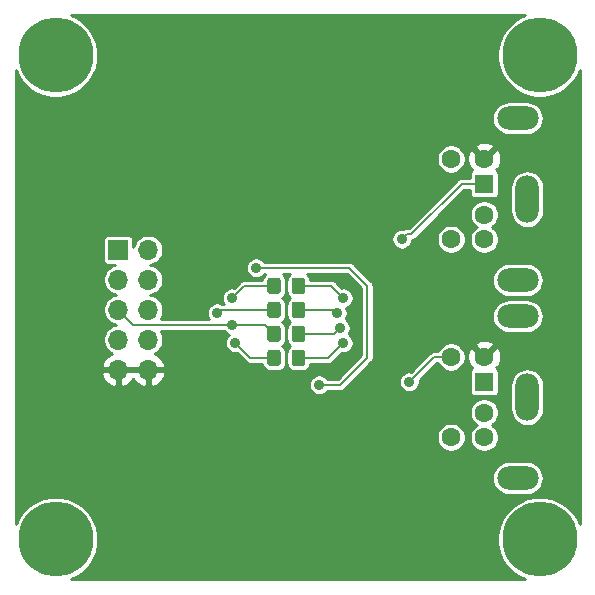
<source format=gbl>
G04 #@! TF.GenerationSoftware,KiCad,Pcbnew,(5.1.10)-1*
G04 #@! TF.CreationDate,2022-01-20T17:19:38-05:00*
G04 #@! TF.ProjectId,PS2X49,50533258-3439-42e6-9b69-6361645f7063,X1*
G04 #@! TF.SameCoordinates,Original*
G04 #@! TF.FileFunction,Copper,L2,Bot*
G04 #@! TF.FilePolarity,Positive*
%FSLAX46Y46*%
G04 Gerber Fmt 4.6, Leading zero omitted, Abs format (unit mm)*
G04 Created by KiCad (PCBNEW (5.1.10)-1) date 2022-01-20 17:19:38*
%MOMM*%
%LPD*%
G01*
G04 APERTURE LIST*
G04 #@! TA.AperFunction,ComponentPad*
%ADD10C,6.350000*%
G04 #@! TD*
G04 #@! TA.AperFunction,ComponentPad*
%ADD11O,3.500000X2.000000*%
G04 #@! TD*
G04 #@! TA.AperFunction,ComponentPad*
%ADD12R,1.600000X1.600000*%
G04 #@! TD*
G04 #@! TA.AperFunction,ComponentPad*
%ADD13C,1.600000*%
G04 #@! TD*
G04 #@! TA.AperFunction,ComponentPad*
%ADD14O,2.000000X4.000000*%
G04 #@! TD*
G04 #@! TA.AperFunction,ComponentPad*
%ADD15R,1.700000X1.700000*%
G04 #@! TD*
G04 #@! TA.AperFunction,ComponentPad*
%ADD16O,1.700000X1.700000*%
G04 #@! TD*
G04 #@! TA.AperFunction,ViaPad*
%ADD17C,0.889000*%
G04 #@! TD*
G04 #@! TA.AperFunction,Conductor*
%ADD18C,0.203200*%
G04 #@! TD*
G04 #@! TA.AperFunction,Conductor*
%ADD19C,0.254000*%
G04 #@! TD*
G04 #@! TA.AperFunction,Conductor*
%ADD20C,0.150000*%
G04 #@! TD*
G04 APERTURE END LIST*
D10*
X14000000Y-55000000D03*
X55000000Y-55000000D03*
X55000000Y-14000000D03*
X14000000Y-14000000D03*
D11*
X53142000Y-33042000D03*
X53142000Y-19342000D03*
D12*
X50292000Y-24892000D03*
D13*
X50292000Y-27492000D03*
X50292000Y-22792000D03*
X50292000Y-29592000D03*
X47492000Y-22792000D03*
X47492000Y-29592000D03*
D14*
X53942000Y-26192000D03*
X53942000Y-42956000D03*
D13*
X47492000Y-46356000D03*
X47492000Y-39556000D03*
X50292000Y-46356000D03*
X50292000Y-39556000D03*
X50292000Y-44256000D03*
D12*
X50292000Y-41656000D03*
D11*
X53142000Y-36106000D03*
X53142000Y-49806000D03*
D15*
X19304000Y-30480000D03*
D16*
X21844000Y-30480000D03*
X19304000Y-33020000D03*
X21844000Y-33020000D03*
X19304000Y-35560000D03*
X21844000Y-35560000D03*
X19304000Y-38100000D03*
X21844000Y-38100000D03*
X19304000Y-40640000D03*
X21844000Y-40640000D03*
G04 #@! TA.AperFunction,SMDPad,CuDef*
G36*
G01*
X35128000Y-33077999D02*
X35128000Y-33978001D01*
G75*
G02*
X34878001Y-34228000I-249999J0D01*
G01*
X34227999Y-34228000D01*
G75*
G02*
X33978000Y-33978001I0J249999D01*
G01*
X33978000Y-33077999D01*
G75*
G02*
X34227999Y-32828000I249999J0D01*
G01*
X34878001Y-32828000D01*
G75*
G02*
X35128000Y-33077999I0J-249999D01*
G01*
G37*
G04 #@! TD.AperFunction*
G04 #@! TA.AperFunction,SMDPad,CuDef*
G36*
G01*
X33078000Y-33077999D02*
X33078000Y-33978001D01*
G75*
G02*
X32828001Y-34228000I-249999J0D01*
G01*
X32177999Y-34228000D01*
G75*
G02*
X31928000Y-33978001I0J249999D01*
G01*
X31928000Y-33077999D01*
G75*
G02*
X32177999Y-32828000I249999J0D01*
G01*
X32828001Y-32828000D01*
G75*
G02*
X33078000Y-33077999I0J-249999D01*
G01*
G37*
G04 #@! TD.AperFunction*
G04 #@! TA.AperFunction,SMDPad,CuDef*
G36*
G01*
X33078000Y-35109999D02*
X33078000Y-36010001D01*
G75*
G02*
X32828001Y-36260000I-249999J0D01*
G01*
X32177999Y-36260000D01*
G75*
G02*
X31928000Y-36010001I0J249999D01*
G01*
X31928000Y-35109999D01*
G75*
G02*
X32177999Y-34860000I249999J0D01*
G01*
X32828001Y-34860000D01*
G75*
G02*
X33078000Y-35109999I0J-249999D01*
G01*
G37*
G04 #@! TD.AperFunction*
G04 #@! TA.AperFunction,SMDPad,CuDef*
G36*
G01*
X35128000Y-35109999D02*
X35128000Y-36010001D01*
G75*
G02*
X34878001Y-36260000I-249999J0D01*
G01*
X34227999Y-36260000D01*
G75*
G02*
X33978000Y-36010001I0J249999D01*
G01*
X33978000Y-35109999D01*
G75*
G02*
X34227999Y-34860000I249999J0D01*
G01*
X34878001Y-34860000D01*
G75*
G02*
X35128000Y-35109999I0J-249999D01*
G01*
G37*
G04 #@! TD.AperFunction*
G04 #@! TA.AperFunction,SMDPad,CuDef*
G36*
G01*
X35128000Y-37141999D02*
X35128000Y-38042001D01*
G75*
G02*
X34878001Y-38292000I-249999J0D01*
G01*
X34227999Y-38292000D01*
G75*
G02*
X33978000Y-38042001I0J249999D01*
G01*
X33978000Y-37141999D01*
G75*
G02*
X34227999Y-36892000I249999J0D01*
G01*
X34878001Y-36892000D01*
G75*
G02*
X35128000Y-37141999I0J-249999D01*
G01*
G37*
G04 #@! TD.AperFunction*
G04 #@! TA.AperFunction,SMDPad,CuDef*
G36*
G01*
X33078000Y-37141999D02*
X33078000Y-38042001D01*
G75*
G02*
X32828001Y-38292000I-249999J0D01*
G01*
X32177999Y-38292000D01*
G75*
G02*
X31928000Y-38042001I0J249999D01*
G01*
X31928000Y-37141999D01*
G75*
G02*
X32177999Y-36892000I249999J0D01*
G01*
X32828001Y-36892000D01*
G75*
G02*
X33078000Y-37141999I0J-249999D01*
G01*
G37*
G04 #@! TD.AperFunction*
G04 #@! TA.AperFunction,SMDPad,CuDef*
G36*
G01*
X33078000Y-39173999D02*
X33078000Y-40074001D01*
G75*
G02*
X32828001Y-40324000I-249999J0D01*
G01*
X32177999Y-40324000D01*
G75*
G02*
X31928000Y-40074001I0J249999D01*
G01*
X31928000Y-39173999D01*
G75*
G02*
X32177999Y-38924000I249999J0D01*
G01*
X32828001Y-38924000D01*
G75*
G02*
X33078000Y-39173999I0J-249999D01*
G01*
G37*
G04 #@! TD.AperFunction*
G04 #@! TA.AperFunction,SMDPad,CuDef*
G36*
G01*
X35128000Y-39173999D02*
X35128000Y-40074001D01*
G75*
G02*
X34878001Y-40324000I-249999J0D01*
G01*
X34227999Y-40324000D01*
G75*
G02*
X33978000Y-40074001I0J249999D01*
G01*
X33978000Y-39173999D01*
G75*
G02*
X34227999Y-38924000I249999J0D01*
G01*
X34878001Y-38924000D01*
G75*
G02*
X35128000Y-39173999I0J-249999D01*
G01*
G37*
G04 #@! TD.AperFunction*
D17*
X42418000Y-32385000D03*
X36830000Y-45212000D03*
X30734000Y-42164000D03*
X36703000Y-26670000D03*
X27686000Y-35814000D03*
X28956000Y-34544000D03*
X28956000Y-36830000D03*
X29210000Y-38354000D03*
X37846000Y-35814000D03*
X43307000Y-29591000D03*
X38354000Y-34544000D03*
X38100000Y-37084000D03*
X43942000Y-41656000D03*
X38354000Y-38354000D03*
X36322000Y-41910000D03*
X30988000Y-32004000D03*
D18*
X27940000Y-35560000D02*
X27686000Y-35814000D01*
X32503000Y-35560000D02*
X27940000Y-35560000D01*
X29972000Y-33528000D02*
X28956000Y-34544000D01*
X32503000Y-33528000D02*
X29972000Y-33528000D01*
X20574000Y-36830000D02*
X19304000Y-35560000D01*
X28956000Y-36830000D02*
X20574000Y-36830000D01*
X31741000Y-36830000D02*
X28956000Y-36830000D01*
X32503000Y-37592000D02*
X31741000Y-36830000D01*
X30480000Y-39624000D02*
X29210000Y-38354000D01*
X32503000Y-39624000D02*
X30480000Y-39624000D01*
X37592000Y-35560000D02*
X37846000Y-35814000D01*
X34553000Y-35560000D02*
X37592000Y-35560000D01*
X43751499Y-29146501D02*
X44132499Y-29146501D01*
X43307000Y-29591000D02*
X43751499Y-29146501D01*
X48387000Y-24892000D02*
X50292000Y-24892000D01*
X44132499Y-29146501D02*
X48387000Y-24892000D01*
X37338000Y-33528000D02*
X38354000Y-34544000D01*
X34553000Y-33528000D02*
X37338000Y-33528000D01*
X37592000Y-37592000D02*
X38100000Y-37084000D01*
X34553000Y-37592000D02*
X37592000Y-37592000D01*
X46042000Y-39556000D02*
X47492000Y-39556000D01*
X43942000Y-41656000D02*
X46042000Y-39556000D01*
X37084000Y-39624000D02*
X38354000Y-38354000D01*
X34553000Y-39624000D02*
X37084000Y-39624000D01*
X33528000Y-32004000D02*
X30988000Y-32004000D01*
X38862000Y-32004000D02*
X33528000Y-32004000D01*
X40386000Y-33528000D02*
X38862000Y-32004000D01*
X40386000Y-39624000D02*
X40386000Y-33528000D01*
X38100000Y-41910000D02*
X40386000Y-39624000D01*
X36322000Y-41910000D02*
X38100000Y-41910000D01*
D19*
X53291539Y-10803695D02*
X52700799Y-11198415D01*
X52198415Y-11700799D01*
X51803695Y-12291539D01*
X51531807Y-12947935D01*
X51393200Y-13644761D01*
X51393200Y-14355239D01*
X51531807Y-15052065D01*
X51803695Y-15708461D01*
X52198415Y-16299201D01*
X52700799Y-16801585D01*
X53291539Y-17196305D01*
X53947935Y-17468193D01*
X54644761Y-17606800D01*
X55355239Y-17606800D01*
X56052065Y-17468193D01*
X56708461Y-17196305D01*
X57299201Y-16801585D01*
X57801585Y-16299201D01*
X58196305Y-15708461D01*
X58377700Y-15270535D01*
X58377701Y-53729468D01*
X58196305Y-53291539D01*
X57801585Y-52700799D01*
X57299201Y-52198415D01*
X56708461Y-51803695D01*
X56052065Y-51531807D01*
X55355239Y-51393200D01*
X54644761Y-51393200D01*
X53947935Y-51531807D01*
X53291539Y-51803695D01*
X52700799Y-52198415D01*
X52198415Y-52700799D01*
X51803695Y-53291539D01*
X51531807Y-53947935D01*
X51393200Y-54644761D01*
X51393200Y-55355239D01*
X51531807Y-56052065D01*
X51803695Y-56708461D01*
X52198415Y-57299201D01*
X52700799Y-57801585D01*
X53291539Y-58196305D01*
X53729465Y-58377700D01*
X15270535Y-58377700D01*
X15708461Y-58196305D01*
X16299201Y-57801585D01*
X16801585Y-57299201D01*
X17196305Y-56708461D01*
X17468193Y-56052065D01*
X17606800Y-55355239D01*
X17606800Y-54644761D01*
X17468193Y-53947935D01*
X17196305Y-53291539D01*
X16801585Y-52700799D01*
X16299201Y-52198415D01*
X15708461Y-51803695D01*
X15052065Y-51531807D01*
X14355239Y-51393200D01*
X13644761Y-51393200D01*
X12947935Y-51531807D01*
X12291539Y-51803695D01*
X11700799Y-52198415D01*
X11198415Y-52700799D01*
X10803695Y-53291539D01*
X10622300Y-53729465D01*
X10622300Y-49806000D01*
X50953273Y-49806000D01*
X50980918Y-50086682D01*
X51062790Y-50356577D01*
X51195742Y-50605314D01*
X51374666Y-50823334D01*
X51592686Y-51002258D01*
X51841423Y-51135210D01*
X52111318Y-51217082D01*
X52321670Y-51237800D01*
X53962330Y-51237800D01*
X54172682Y-51217082D01*
X54442577Y-51135210D01*
X54691314Y-51002258D01*
X54909334Y-50823334D01*
X55088258Y-50605314D01*
X55221210Y-50356577D01*
X55303082Y-50086682D01*
X55330727Y-49806000D01*
X55303082Y-49525318D01*
X55221210Y-49255423D01*
X55088258Y-49006686D01*
X54909334Y-48788666D01*
X54691314Y-48609742D01*
X54442577Y-48476790D01*
X54172682Y-48394918D01*
X53962330Y-48374200D01*
X52321670Y-48374200D01*
X52111318Y-48394918D01*
X51841423Y-48476790D01*
X51592686Y-48609742D01*
X51374666Y-48788666D01*
X51195742Y-49006686D01*
X51062790Y-49255423D01*
X50980918Y-49525318D01*
X50953273Y-49806000D01*
X10622300Y-49806000D01*
X10622300Y-46234678D01*
X46260200Y-46234678D01*
X46260200Y-46477322D01*
X46307538Y-46715303D01*
X46400393Y-46939476D01*
X46535199Y-47141227D01*
X46706773Y-47312801D01*
X46908524Y-47447607D01*
X47132697Y-47540462D01*
X47370678Y-47587800D01*
X47613322Y-47587800D01*
X47851303Y-47540462D01*
X48075476Y-47447607D01*
X48277227Y-47312801D01*
X48448801Y-47141227D01*
X48583607Y-46939476D01*
X48676462Y-46715303D01*
X48723800Y-46477322D01*
X48723800Y-46234678D01*
X48676462Y-45996697D01*
X48583607Y-45772524D01*
X48448801Y-45570773D01*
X48277227Y-45399199D01*
X48075476Y-45264393D01*
X47851303Y-45171538D01*
X47613322Y-45124200D01*
X47370678Y-45124200D01*
X47132697Y-45171538D01*
X46908524Y-45264393D01*
X46706773Y-45399199D01*
X46535199Y-45570773D01*
X46400393Y-45772524D01*
X46307538Y-45996697D01*
X46260200Y-46234678D01*
X10622300Y-46234678D01*
X10622300Y-44134678D01*
X49060200Y-44134678D01*
X49060200Y-44377322D01*
X49107538Y-44615303D01*
X49200393Y-44839476D01*
X49335199Y-45041227D01*
X49506773Y-45212801D01*
X49646255Y-45306000D01*
X49506773Y-45399199D01*
X49335199Y-45570773D01*
X49200393Y-45772524D01*
X49107538Y-45996697D01*
X49060200Y-46234678D01*
X49060200Y-46477322D01*
X49107538Y-46715303D01*
X49200393Y-46939476D01*
X49335199Y-47141227D01*
X49506773Y-47312801D01*
X49708524Y-47447607D01*
X49932697Y-47540462D01*
X50170678Y-47587800D01*
X50413322Y-47587800D01*
X50651303Y-47540462D01*
X50875476Y-47447607D01*
X51077227Y-47312801D01*
X51248801Y-47141227D01*
X51383607Y-46939476D01*
X51476462Y-46715303D01*
X51523800Y-46477322D01*
X51523800Y-46234678D01*
X51476462Y-45996697D01*
X51383607Y-45772524D01*
X51248801Y-45570773D01*
X51077227Y-45399199D01*
X50937745Y-45306000D01*
X51077227Y-45212801D01*
X51248801Y-45041227D01*
X51383607Y-44839476D01*
X51476462Y-44615303D01*
X51523800Y-44377322D01*
X51523800Y-44134678D01*
X51476462Y-43896697D01*
X51383607Y-43672524D01*
X51248801Y-43470773D01*
X51077227Y-43299199D01*
X50875476Y-43164393D01*
X50651303Y-43071538D01*
X50413322Y-43024200D01*
X50170678Y-43024200D01*
X49932697Y-43071538D01*
X49708524Y-43164393D01*
X49506773Y-43299199D01*
X49335199Y-43470773D01*
X49200393Y-43672524D01*
X49107538Y-43896697D01*
X49060200Y-44134678D01*
X10622300Y-44134678D01*
X10622300Y-40996890D01*
X17862524Y-40996890D01*
X17907175Y-41144099D01*
X18032359Y-41406920D01*
X18206412Y-41640269D01*
X18422645Y-41835178D01*
X18672748Y-41984157D01*
X18947109Y-42081481D01*
X19177000Y-41960814D01*
X19177000Y-40767000D01*
X19431000Y-40767000D01*
X19431000Y-41960814D01*
X19660891Y-42081481D01*
X19935252Y-41984157D01*
X20185355Y-41835178D01*
X20401588Y-41640269D01*
X20574000Y-41409120D01*
X20746412Y-41640269D01*
X20962645Y-41835178D01*
X21212748Y-41984157D01*
X21487109Y-42081481D01*
X21717000Y-41960814D01*
X21717000Y-40767000D01*
X21971000Y-40767000D01*
X21971000Y-41960814D01*
X22200891Y-42081481D01*
X22475252Y-41984157D01*
X22725355Y-41835178D01*
X22941588Y-41640269D01*
X23115641Y-41406920D01*
X23240825Y-41144099D01*
X23285476Y-40996890D01*
X23164155Y-40767000D01*
X21971000Y-40767000D01*
X21717000Y-40767000D01*
X19431000Y-40767000D01*
X19177000Y-40767000D01*
X17983845Y-40767000D01*
X17862524Y-40996890D01*
X10622300Y-40996890D01*
X10622300Y-40283110D01*
X17862524Y-40283110D01*
X17983845Y-40513000D01*
X19177000Y-40513000D01*
X19177000Y-40493000D01*
X19431000Y-40493000D01*
X19431000Y-40513000D01*
X21717000Y-40513000D01*
X21717000Y-40493000D01*
X21971000Y-40493000D01*
X21971000Y-40513000D01*
X23164155Y-40513000D01*
X23285476Y-40283110D01*
X23240825Y-40135901D01*
X23115641Y-39873080D01*
X22941588Y-39639731D01*
X22725355Y-39444822D01*
X22475252Y-39295843D01*
X22384340Y-39263594D01*
X22451160Y-39235916D01*
X22661100Y-39095639D01*
X22839639Y-38917100D01*
X22979916Y-38707160D01*
X23076541Y-38473887D01*
X23125800Y-38226246D01*
X23125800Y-37973754D01*
X23076541Y-37726113D01*
X22979916Y-37492840D01*
X22893427Y-37363400D01*
X28258489Y-37363400D01*
X28275333Y-37388609D01*
X28397391Y-37510667D01*
X28540916Y-37606567D01*
X28670798Y-37660366D01*
X28651391Y-37673333D01*
X28529333Y-37795391D01*
X28433433Y-37938916D01*
X28367376Y-38098393D01*
X28333700Y-38267692D01*
X28333700Y-38440308D01*
X28367376Y-38609607D01*
X28433433Y-38769084D01*
X28529333Y-38912609D01*
X28651391Y-39034667D01*
X28794916Y-39130567D01*
X28954393Y-39196624D01*
X29123692Y-39230300D01*
X29296308Y-39230300D01*
X29326044Y-39224385D01*
X30084307Y-39982649D01*
X30101005Y-40002995D01*
X30182225Y-40069651D01*
X30274889Y-40119181D01*
X30375435Y-40149681D01*
X30453805Y-40157400D01*
X30453812Y-40157400D01*
X30479999Y-40159979D01*
X30506186Y-40157400D01*
X31502325Y-40157400D01*
X31507252Y-40207421D01*
X31546169Y-40335714D01*
X31609367Y-40453949D01*
X31694417Y-40557583D01*
X31798051Y-40642633D01*
X31916286Y-40705831D01*
X32044579Y-40744748D01*
X32177999Y-40757889D01*
X32828001Y-40757889D01*
X32961421Y-40744748D01*
X33089714Y-40705831D01*
X33207949Y-40642633D01*
X33311583Y-40557583D01*
X33396633Y-40453949D01*
X33459831Y-40335714D01*
X33498748Y-40207421D01*
X33511889Y-40074001D01*
X33511889Y-39173999D01*
X33498748Y-39040579D01*
X33459831Y-38912286D01*
X33396633Y-38794051D01*
X33311583Y-38690417D01*
X33211157Y-38608000D01*
X33311583Y-38525583D01*
X33396633Y-38421949D01*
X33459831Y-38303714D01*
X33498748Y-38175421D01*
X33511889Y-38042001D01*
X33511889Y-37141999D01*
X33498748Y-37008579D01*
X33459831Y-36880286D01*
X33396633Y-36762051D01*
X33311583Y-36658417D01*
X33211157Y-36576000D01*
X33311583Y-36493583D01*
X33396633Y-36389949D01*
X33459831Y-36271714D01*
X33498748Y-36143421D01*
X33511889Y-36010001D01*
X33511889Y-35109999D01*
X33498748Y-34976579D01*
X33459831Y-34848286D01*
X33396633Y-34730051D01*
X33311583Y-34626417D01*
X33211157Y-34544000D01*
X33311583Y-34461583D01*
X33396633Y-34357949D01*
X33459831Y-34239714D01*
X33498748Y-34111421D01*
X33511889Y-33978001D01*
X33511889Y-33077999D01*
X33498748Y-32944579D01*
X33459831Y-32816286D01*
X33396633Y-32698051D01*
X33311583Y-32594417D01*
X33242107Y-32537400D01*
X33813893Y-32537400D01*
X33744417Y-32594417D01*
X33659367Y-32698051D01*
X33596169Y-32816286D01*
X33557252Y-32944579D01*
X33544111Y-33077999D01*
X33544111Y-33978001D01*
X33557252Y-34111421D01*
X33596169Y-34239714D01*
X33659367Y-34357949D01*
X33744417Y-34461583D01*
X33844843Y-34544000D01*
X33744417Y-34626417D01*
X33659367Y-34730051D01*
X33596169Y-34848286D01*
X33557252Y-34976579D01*
X33544111Y-35109999D01*
X33544111Y-36010001D01*
X33557252Y-36143421D01*
X33596169Y-36271714D01*
X33659367Y-36389949D01*
X33744417Y-36493583D01*
X33844843Y-36576000D01*
X33744417Y-36658417D01*
X33659367Y-36762051D01*
X33596169Y-36880286D01*
X33557252Y-37008579D01*
X33544111Y-37141999D01*
X33544111Y-38042001D01*
X33557252Y-38175421D01*
X33596169Y-38303714D01*
X33659367Y-38421949D01*
X33744417Y-38525583D01*
X33844843Y-38608000D01*
X33744417Y-38690417D01*
X33659367Y-38794051D01*
X33596169Y-38912286D01*
X33557252Y-39040579D01*
X33544111Y-39173999D01*
X33544111Y-40074001D01*
X33557252Y-40207421D01*
X33596169Y-40335714D01*
X33659367Y-40453949D01*
X33744417Y-40557583D01*
X33848051Y-40642633D01*
X33966286Y-40705831D01*
X34094579Y-40744748D01*
X34227999Y-40757889D01*
X34878001Y-40757889D01*
X35011421Y-40744748D01*
X35139714Y-40705831D01*
X35257949Y-40642633D01*
X35361583Y-40557583D01*
X35446633Y-40453949D01*
X35509831Y-40335714D01*
X35548748Y-40207421D01*
X35553675Y-40157400D01*
X37057813Y-40157400D01*
X37084000Y-40159979D01*
X37110187Y-40157400D01*
X37110195Y-40157400D01*
X37188565Y-40149681D01*
X37289111Y-40119181D01*
X37381775Y-40069651D01*
X37462995Y-40002995D01*
X37479695Y-39982646D01*
X38237956Y-39224385D01*
X38267692Y-39230300D01*
X38440308Y-39230300D01*
X38609607Y-39196624D01*
X38769084Y-39130567D01*
X38912609Y-39034667D01*
X39034667Y-38912609D01*
X39130567Y-38769084D01*
X39196624Y-38609607D01*
X39230300Y-38440308D01*
X39230300Y-38267692D01*
X39196624Y-38098393D01*
X39130567Y-37938916D01*
X39034667Y-37795391D01*
X38912609Y-37673333D01*
X38807199Y-37602901D01*
X38876567Y-37499084D01*
X38942624Y-37339607D01*
X38976300Y-37170308D01*
X38976300Y-36997692D01*
X38942624Y-36828393D01*
X38876567Y-36668916D01*
X38780667Y-36525391D01*
X38658609Y-36403333D01*
X38553199Y-36332901D01*
X38622567Y-36229084D01*
X38688624Y-36069607D01*
X38722300Y-35900308D01*
X38722300Y-35727692D01*
X38688624Y-35558393D01*
X38622567Y-35398916D01*
X38613325Y-35385084D01*
X38769084Y-35320567D01*
X38912609Y-35224667D01*
X39034667Y-35102609D01*
X39130567Y-34959084D01*
X39196624Y-34799607D01*
X39230300Y-34630308D01*
X39230300Y-34457692D01*
X39196624Y-34288393D01*
X39130567Y-34128916D01*
X39034667Y-33985391D01*
X38912609Y-33863333D01*
X38769084Y-33767433D01*
X38609607Y-33701376D01*
X38440308Y-33667700D01*
X38267692Y-33667700D01*
X38237956Y-33673615D01*
X37733695Y-33169354D01*
X37716995Y-33149005D01*
X37635775Y-33082349D01*
X37543111Y-33032819D01*
X37442565Y-33002319D01*
X37364195Y-32994600D01*
X37364187Y-32994600D01*
X37338000Y-32992021D01*
X37311813Y-32994600D01*
X35553675Y-32994600D01*
X35548748Y-32944579D01*
X35509831Y-32816286D01*
X35446633Y-32698051D01*
X35361583Y-32594417D01*
X35292107Y-32537400D01*
X38641059Y-32537400D01*
X39852601Y-33748943D01*
X39852600Y-39403058D01*
X37879059Y-41376600D01*
X37019511Y-41376600D01*
X37002667Y-41351391D01*
X36880609Y-41229333D01*
X36737084Y-41133433D01*
X36577607Y-41067376D01*
X36408308Y-41033700D01*
X36235692Y-41033700D01*
X36066393Y-41067376D01*
X35906916Y-41133433D01*
X35763391Y-41229333D01*
X35641333Y-41351391D01*
X35545433Y-41494916D01*
X35479376Y-41654393D01*
X35445700Y-41823692D01*
X35445700Y-41996308D01*
X35479376Y-42165607D01*
X35545433Y-42325084D01*
X35641333Y-42468609D01*
X35763391Y-42590667D01*
X35906916Y-42686567D01*
X36066393Y-42752624D01*
X36235692Y-42786300D01*
X36408308Y-42786300D01*
X36577607Y-42752624D01*
X36737084Y-42686567D01*
X36880609Y-42590667D01*
X37002667Y-42468609D01*
X37019511Y-42443400D01*
X38073813Y-42443400D01*
X38100000Y-42445979D01*
X38126187Y-42443400D01*
X38126195Y-42443400D01*
X38204565Y-42435681D01*
X38305111Y-42405181D01*
X38397775Y-42355651D01*
X38478995Y-42288995D01*
X38495696Y-42268645D01*
X39194649Y-41569692D01*
X43065700Y-41569692D01*
X43065700Y-41742308D01*
X43099376Y-41911607D01*
X43165433Y-42071084D01*
X43261333Y-42214609D01*
X43383391Y-42336667D01*
X43526916Y-42432567D01*
X43686393Y-42498624D01*
X43855692Y-42532300D01*
X44028308Y-42532300D01*
X44197607Y-42498624D01*
X44357084Y-42432567D01*
X44500609Y-42336667D01*
X44622667Y-42214609D01*
X44718567Y-42071084D01*
X44784624Y-41911607D01*
X44818300Y-41742308D01*
X44818300Y-41569692D01*
X44812385Y-41539956D01*
X46262942Y-40089400D01*
X46379651Y-40089400D01*
X46400393Y-40139476D01*
X46535199Y-40341227D01*
X46706773Y-40512801D01*
X46908524Y-40647607D01*
X47132697Y-40740462D01*
X47370678Y-40787800D01*
X47613322Y-40787800D01*
X47851303Y-40740462D01*
X48075476Y-40647607D01*
X48277227Y-40512801D01*
X48448801Y-40341227D01*
X48583607Y-40139476D01*
X48676462Y-39915303D01*
X48723800Y-39677322D01*
X48723800Y-39626512D01*
X48851783Y-39626512D01*
X48893213Y-39906130D01*
X48988397Y-40172292D01*
X49055329Y-40297514D01*
X49299296Y-40369097D01*
X49183023Y-40485370D01*
X49219057Y-40521404D01*
X49185194Y-40549194D01*
X49131234Y-40614944D01*
X49091139Y-40689958D01*
X49066448Y-40771352D01*
X49058111Y-40856000D01*
X49058111Y-42456000D01*
X49066448Y-42540648D01*
X49091139Y-42622042D01*
X49131234Y-42697056D01*
X49185194Y-42762806D01*
X49250944Y-42816766D01*
X49325958Y-42856861D01*
X49407352Y-42881552D01*
X49492000Y-42889889D01*
X51092000Y-42889889D01*
X51176648Y-42881552D01*
X51258042Y-42856861D01*
X51333056Y-42816766D01*
X51398806Y-42762806D01*
X51452766Y-42697056D01*
X51492861Y-42622042D01*
X51517552Y-42540648D01*
X51525889Y-42456000D01*
X51525889Y-41885671D01*
X52510200Y-41885671D01*
X52510201Y-44026330D01*
X52530919Y-44236682D01*
X52612791Y-44506577D01*
X52745743Y-44755314D01*
X52924667Y-44973334D01*
X53142687Y-45152258D01*
X53391424Y-45285210D01*
X53661319Y-45367082D01*
X53942000Y-45394727D01*
X54222682Y-45367082D01*
X54492577Y-45285210D01*
X54741314Y-45152258D01*
X54959334Y-44973334D01*
X55138258Y-44755314D01*
X55271210Y-44506577D01*
X55353082Y-44236682D01*
X55373800Y-44026330D01*
X55373800Y-41885670D01*
X55353082Y-41675318D01*
X55271210Y-41405423D01*
X55138258Y-41156686D01*
X54959333Y-40938666D01*
X54741313Y-40759742D01*
X54492576Y-40626790D01*
X54222681Y-40544918D01*
X53942000Y-40517273D01*
X53661318Y-40544918D01*
X53391423Y-40626790D01*
X53142686Y-40759742D01*
X52924666Y-40938667D01*
X52745742Y-41156687D01*
X52612790Y-41405424D01*
X52530918Y-41675319D01*
X52510200Y-41885671D01*
X51525889Y-41885671D01*
X51525889Y-40856000D01*
X51517552Y-40771352D01*
X51492861Y-40689958D01*
X51452766Y-40614944D01*
X51398806Y-40549194D01*
X51364943Y-40521404D01*
X51400977Y-40485370D01*
X51284704Y-40369097D01*
X51528671Y-40297514D01*
X51649571Y-40042004D01*
X51718300Y-39767816D01*
X51732217Y-39485488D01*
X51690787Y-39205870D01*
X51595603Y-38939708D01*
X51528671Y-38814486D01*
X51284702Y-38742903D01*
X50471605Y-39556000D01*
X50485748Y-39570143D01*
X50306143Y-39749748D01*
X50292000Y-39735605D01*
X50277858Y-39749748D01*
X50098253Y-39570143D01*
X50112395Y-39556000D01*
X49299298Y-38742903D01*
X49055329Y-38814486D01*
X48934429Y-39069996D01*
X48865700Y-39344184D01*
X48851783Y-39626512D01*
X48723800Y-39626512D01*
X48723800Y-39434678D01*
X48676462Y-39196697D01*
X48583607Y-38972524D01*
X48448801Y-38770773D01*
X48277227Y-38599199D01*
X48223498Y-38563298D01*
X49478903Y-38563298D01*
X50292000Y-39376395D01*
X51105097Y-38563298D01*
X51033514Y-38319329D01*
X50778004Y-38198429D01*
X50503816Y-38129700D01*
X50221488Y-38115783D01*
X49941870Y-38157213D01*
X49675708Y-38252397D01*
X49550486Y-38319329D01*
X49478903Y-38563298D01*
X48223498Y-38563298D01*
X48075476Y-38464393D01*
X47851303Y-38371538D01*
X47613322Y-38324200D01*
X47370678Y-38324200D01*
X47132697Y-38371538D01*
X46908524Y-38464393D01*
X46706773Y-38599199D01*
X46535199Y-38770773D01*
X46400393Y-38972524D01*
X46379651Y-39022600D01*
X46068186Y-39022600D01*
X46041999Y-39020021D01*
X46015812Y-39022600D01*
X46015805Y-39022600D01*
X45937435Y-39030319D01*
X45836889Y-39060819D01*
X45744225Y-39110349D01*
X45663005Y-39177005D01*
X45646309Y-39197349D01*
X44058044Y-40785615D01*
X44028308Y-40779700D01*
X43855692Y-40779700D01*
X43686393Y-40813376D01*
X43526916Y-40879433D01*
X43383391Y-40975333D01*
X43261333Y-41097391D01*
X43165433Y-41240916D01*
X43099376Y-41400393D01*
X43065700Y-41569692D01*
X39194649Y-41569692D01*
X40744651Y-40019691D01*
X40764995Y-40002995D01*
X40831651Y-39921775D01*
X40881181Y-39829111D01*
X40911681Y-39728565D01*
X40919400Y-39650195D01*
X40919400Y-39650188D01*
X40921979Y-39624001D01*
X40919400Y-39597814D01*
X40919400Y-36106000D01*
X50953273Y-36106000D01*
X50980918Y-36386682D01*
X51062790Y-36656577D01*
X51195742Y-36905314D01*
X51374666Y-37123334D01*
X51592686Y-37302258D01*
X51841423Y-37435210D01*
X52111318Y-37517082D01*
X52321670Y-37537800D01*
X53962330Y-37537800D01*
X54172682Y-37517082D01*
X54442577Y-37435210D01*
X54691314Y-37302258D01*
X54909334Y-37123334D01*
X55088258Y-36905314D01*
X55221210Y-36656577D01*
X55303082Y-36386682D01*
X55330727Y-36106000D01*
X55303082Y-35825318D01*
X55221210Y-35555423D01*
X55088258Y-35306686D01*
X54909334Y-35088666D01*
X54691314Y-34909742D01*
X54442577Y-34776790D01*
X54172682Y-34694918D01*
X53962330Y-34674200D01*
X52321670Y-34674200D01*
X52111318Y-34694918D01*
X51841423Y-34776790D01*
X51592686Y-34909742D01*
X51374666Y-35088666D01*
X51195742Y-35306686D01*
X51062790Y-35555423D01*
X50980918Y-35825318D01*
X50953273Y-36106000D01*
X40919400Y-36106000D01*
X40919400Y-33554186D01*
X40921979Y-33527999D01*
X40919400Y-33501812D01*
X40919400Y-33501805D01*
X40911681Y-33423435D01*
X40881181Y-33322889D01*
X40831651Y-33230225D01*
X40764995Y-33149005D01*
X40744649Y-33132307D01*
X40654342Y-33042000D01*
X50953273Y-33042000D01*
X50980918Y-33322682D01*
X51062790Y-33592577D01*
X51195742Y-33841314D01*
X51374666Y-34059334D01*
X51592686Y-34238258D01*
X51841423Y-34371210D01*
X52111318Y-34453082D01*
X52321670Y-34473800D01*
X53962330Y-34473800D01*
X54172682Y-34453082D01*
X54442577Y-34371210D01*
X54691314Y-34238258D01*
X54909334Y-34059334D01*
X55088258Y-33841314D01*
X55221210Y-33592577D01*
X55303082Y-33322682D01*
X55330727Y-33042000D01*
X55303082Y-32761318D01*
X55221210Y-32491423D01*
X55088258Y-32242686D01*
X54909334Y-32024666D01*
X54691314Y-31845742D01*
X54442577Y-31712790D01*
X54172682Y-31630918D01*
X53962330Y-31610200D01*
X52321670Y-31610200D01*
X52111318Y-31630918D01*
X51841423Y-31712790D01*
X51592686Y-31845742D01*
X51374666Y-32024666D01*
X51195742Y-32242686D01*
X51062790Y-32491423D01*
X50980918Y-32761318D01*
X50953273Y-33042000D01*
X40654342Y-33042000D01*
X39257696Y-31645354D01*
X39240995Y-31625005D01*
X39159775Y-31558349D01*
X39067111Y-31508819D01*
X38966565Y-31478319D01*
X38888195Y-31470600D01*
X38888187Y-31470600D01*
X38862000Y-31468021D01*
X38835813Y-31470600D01*
X31685511Y-31470600D01*
X31668667Y-31445391D01*
X31546609Y-31323333D01*
X31403084Y-31227433D01*
X31243607Y-31161376D01*
X31074308Y-31127700D01*
X30901692Y-31127700D01*
X30732393Y-31161376D01*
X30572916Y-31227433D01*
X30429391Y-31323333D01*
X30307333Y-31445391D01*
X30211433Y-31588916D01*
X30145376Y-31748393D01*
X30111700Y-31917692D01*
X30111700Y-32090308D01*
X30145376Y-32259607D01*
X30211433Y-32419084D01*
X30307333Y-32562609D01*
X30429391Y-32684667D01*
X30572916Y-32780567D01*
X30732393Y-32846624D01*
X30901692Y-32880300D01*
X31074308Y-32880300D01*
X31243607Y-32846624D01*
X31403084Y-32780567D01*
X31546609Y-32684667D01*
X31668667Y-32562609D01*
X31685511Y-32537400D01*
X31763893Y-32537400D01*
X31694417Y-32594417D01*
X31609367Y-32698051D01*
X31546169Y-32816286D01*
X31507252Y-32944579D01*
X31502325Y-32994600D01*
X29998187Y-32994600D01*
X29972000Y-32992021D01*
X29945813Y-32994600D01*
X29945805Y-32994600D01*
X29867435Y-33002319D01*
X29766889Y-33032819D01*
X29674225Y-33082349D01*
X29593005Y-33149005D01*
X29576309Y-33169349D01*
X29072044Y-33673615D01*
X29042308Y-33667700D01*
X28869692Y-33667700D01*
X28700393Y-33701376D01*
X28540916Y-33767433D01*
X28397391Y-33863333D01*
X28275333Y-33985391D01*
X28179433Y-34128916D01*
X28113376Y-34288393D01*
X28079700Y-34457692D01*
X28079700Y-34630308D01*
X28113376Y-34799607D01*
X28179433Y-34959084D01*
X28224546Y-35026600D01*
X28074931Y-35026600D01*
X27941607Y-34971376D01*
X27772308Y-34937700D01*
X27599692Y-34937700D01*
X27430393Y-34971376D01*
X27270916Y-35037433D01*
X27127391Y-35133333D01*
X27005333Y-35255391D01*
X26909433Y-35398916D01*
X26843376Y-35558393D01*
X26809700Y-35727692D01*
X26809700Y-35900308D01*
X26843376Y-36069607D01*
X26909433Y-36229084D01*
X26954546Y-36296600D01*
X22893427Y-36296600D01*
X22979916Y-36167160D01*
X23076541Y-35933887D01*
X23125800Y-35686246D01*
X23125800Y-35433754D01*
X23076541Y-35186113D01*
X22979916Y-34952840D01*
X22839639Y-34742900D01*
X22661100Y-34564361D01*
X22451160Y-34424084D01*
X22217887Y-34327459D01*
X22029568Y-34290000D01*
X22217887Y-34252541D01*
X22451160Y-34155916D01*
X22661100Y-34015639D01*
X22839639Y-33837100D01*
X22979916Y-33627160D01*
X23076541Y-33393887D01*
X23125800Y-33146246D01*
X23125800Y-32893754D01*
X23076541Y-32646113D01*
X22979916Y-32412840D01*
X22839639Y-32202900D01*
X22661100Y-32024361D01*
X22451160Y-31884084D01*
X22217887Y-31787459D01*
X22029568Y-31750000D01*
X22217887Y-31712541D01*
X22451160Y-31615916D01*
X22661100Y-31475639D01*
X22839639Y-31297100D01*
X22979916Y-31087160D01*
X23076541Y-30853887D01*
X23125800Y-30606246D01*
X23125800Y-30353754D01*
X23076541Y-30106113D01*
X22979916Y-29872840D01*
X22839639Y-29662900D01*
X22681431Y-29504692D01*
X42430700Y-29504692D01*
X42430700Y-29677308D01*
X42464376Y-29846607D01*
X42530433Y-30006084D01*
X42626333Y-30149609D01*
X42748391Y-30271667D01*
X42891916Y-30367567D01*
X43051393Y-30433624D01*
X43220692Y-30467300D01*
X43393308Y-30467300D01*
X43562607Y-30433624D01*
X43722084Y-30367567D01*
X43865609Y-30271667D01*
X43987667Y-30149609D01*
X44083567Y-30006084D01*
X44149624Y-29846607D01*
X44183266Y-29677481D01*
X44237064Y-29672182D01*
X44337610Y-29641682D01*
X44430274Y-29592152D01*
X44511494Y-29525496D01*
X44528195Y-29505146D01*
X44562663Y-29470678D01*
X46260200Y-29470678D01*
X46260200Y-29713322D01*
X46307538Y-29951303D01*
X46400393Y-30175476D01*
X46535199Y-30377227D01*
X46706773Y-30548801D01*
X46908524Y-30683607D01*
X47132697Y-30776462D01*
X47370678Y-30823800D01*
X47613322Y-30823800D01*
X47851303Y-30776462D01*
X48075476Y-30683607D01*
X48277227Y-30548801D01*
X48448801Y-30377227D01*
X48583607Y-30175476D01*
X48676462Y-29951303D01*
X48723800Y-29713322D01*
X48723800Y-29470678D01*
X48676462Y-29232697D01*
X48583607Y-29008524D01*
X48448801Y-28806773D01*
X48277227Y-28635199D01*
X48075476Y-28500393D01*
X47851303Y-28407538D01*
X47613322Y-28360200D01*
X47370678Y-28360200D01*
X47132697Y-28407538D01*
X46908524Y-28500393D01*
X46706773Y-28635199D01*
X46535199Y-28806773D01*
X46400393Y-29008524D01*
X46307538Y-29232697D01*
X46260200Y-29470678D01*
X44562663Y-29470678D01*
X46662663Y-27370678D01*
X49060200Y-27370678D01*
X49060200Y-27613322D01*
X49107538Y-27851303D01*
X49200393Y-28075476D01*
X49335199Y-28277227D01*
X49506773Y-28448801D01*
X49646255Y-28542000D01*
X49506773Y-28635199D01*
X49335199Y-28806773D01*
X49200393Y-29008524D01*
X49107538Y-29232697D01*
X49060200Y-29470678D01*
X49060200Y-29713322D01*
X49107538Y-29951303D01*
X49200393Y-30175476D01*
X49335199Y-30377227D01*
X49506773Y-30548801D01*
X49708524Y-30683607D01*
X49932697Y-30776462D01*
X50170678Y-30823800D01*
X50413322Y-30823800D01*
X50651303Y-30776462D01*
X50875476Y-30683607D01*
X51077227Y-30548801D01*
X51248801Y-30377227D01*
X51383607Y-30175476D01*
X51476462Y-29951303D01*
X51523800Y-29713322D01*
X51523800Y-29470678D01*
X51476462Y-29232697D01*
X51383607Y-29008524D01*
X51248801Y-28806773D01*
X51077227Y-28635199D01*
X50937745Y-28542000D01*
X51077227Y-28448801D01*
X51248801Y-28277227D01*
X51383607Y-28075476D01*
X51476462Y-27851303D01*
X51523800Y-27613322D01*
X51523800Y-27370678D01*
X51476462Y-27132697D01*
X51383607Y-26908524D01*
X51248801Y-26706773D01*
X51077227Y-26535199D01*
X50875476Y-26400393D01*
X50651303Y-26307538D01*
X50413322Y-26260200D01*
X50170678Y-26260200D01*
X49932697Y-26307538D01*
X49708524Y-26400393D01*
X49506773Y-26535199D01*
X49335199Y-26706773D01*
X49200393Y-26908524D01*
X49107538Y-27132697D01*
X49060200Y-27370678D01*
X46662663Y-27370678D01*
X48607942Y-25425400D01*
X49058111Y-25425400D01*
X49058111Y-25692000D01*
X49066448Y-25776648D01*
X49091139Y-25858042D01*
X49131234Y-25933056D01*
X49185194Y-25998806D01*
X49250944Y-26052766D01*
X49325958Y-26092861D01*
X49407352Y-26117552D01*
X49492000Y-26125889D01*
X51092000Y-26125889D01*
X51176648Y-26117552D01*
X51258042Y-26092861D01*
X51333056Y-26052766D01*
X51398806Y-25998806D01*
X51452766Y-25933056D01*
X51492861Y-25858042D01*
X51517552Y-25776648D01*
X51525889Y-25692000D01*
X51525889Y-25121671D01*
X52510200Y-25121671D01*
X52510201Y-27262330D01*
X52530919Y-27472682D01*
X52612791Y-27742577D01*
X52745743Y-27991314D01*
X52924667Y-28209334D01*
X53142687Y-28388258D01*
X53391424Y-28521210D01*
X53661319Y-28603082D01*
X53942000Y-28630727D01*
X54222682Y-28603082D01*
X54492577Y-28521210D01*
X54741314Y-28388258D01*
X54959334Y-28209334D01*
X55138258Y-27991314D01*
X55271210Y-27742577D01*
X55353082Y-27472682D01*
X55373800Y-27262330D01*
X55373800Y-25121670D01*
X55353082Y-24911318D01*
X55271210Y-24641423D01*
X55138258Y-24392686D01*
X54959333Y-24174666D01*
X54741313Y-23995742D01*
X54492576Y-23862790D01*
X54222681Y-23780918D01*
X53942000Y-23753273D01*
X53661318Y-23780918D01*
X53391423Y-23862790D01*
X53142686Y-23995742D01*
X52924666Y-24174667D01*
X52745742Y-24392687D01*
X52612790Y-24641424D01*
X52530918Y-24911319D01*
X52510200Y-25121671D01*
X51525889Y-25121671D01*
X51525889Y-24092000D01*
X51517552Y-24007352D01*
X51492861Y-23925958D01*
X51452766Y-23850944D01*
X51398806Y-23785194D01*
X51364943Y-23757404D01*
X51400977Y-23721370D01*
X51284704Y-23605097D01*
X51528671Y-23533514D01*
X51649571Y-23278004D01*
X51718300Y-23003816D01*
X51732217Y-22721488D01*
X51690787Y-22441870D01*
X51595603Y-22175708D01*
X51528671Y-22050486D01*
X51284702Y-21978903D01*
X50471605Y-22792000D01*
X50485748Y-22806143D01*
X50306143Y-22985748D01*
X50292000Y-22971605D01*
X50277858Y-22985748D01*
X50098253Y-22806143D01*
X50112395Y-22792000D01*
X49299298Y-21978903D01*
X49055329Y-22050486D01*
X48934429Y-22305996D01*
X48865700Y-22580184D01*
X48851783Y-22862512D01*
X48893213Y-23142130D01*
X48988397Y-23408292D01*
X49055329Y-23533514D01*
X49299296Y-23605097D01*
X49183023Y-23721370D01*
X49219057Y-23757404D01*
X49185194Y-23785194D01*
X49131234Y-23850944D01*
X49091139Y-23925958D01*
X49066448Y-24007352D01*
X49058111Y-24092000D01*
X49058111Y-24358600D01*
X48413186Y-24358600D01*
X48386999Y-24356021D01*
X48360812Y-24358600D01*
X48360805Y-24358600D01*
X48282435Y-24366319D01*
X48181889Y-24396819D01*
X48089225Y-24446349D01*
X48008005Y-24513005D01*
X47991309Y-24533349D01*
X43911558Y-28613101D01*
X43777693Y-28613101D01*
X43751499Y-28610521D01*
X43725305Y-28613101D01*
X43725304Y-28613101D01*
X43646934Y-28620820D01*
X43546388Y-28651320D01*
X43453724Y-28700850D01*
X43428354Y-28721671D01*
X43393308Y-28714700D01*
X43220692Y-28714700D01*
X43051393Y-28748376D01*
X42891916Y-28814433D01*
X42748391Y-28910333D01*
X42626333Y-29032391D01*
X42530433Y-29175916D01*
X42464376Y-29335393D01*
X42430700Y-29504692D01*
X22681431Y-29504692D01*
X22661100Y-29484361D01*
X22451160Y-29344084D01*
X22217887Y-29247459D01*
X21970246Y-29198200D01*
X21717754Y-29198200D01*
X21470113Y-29247459D01*
X21236840Y-29344084D01*
X21026900Y-29484361D01*
X20848361Y-29662900D01*
X20708084Y-29872840D01*
X20611459Y-30106113D01*
X20587889Y-30224607D01*
X20587889Y-29630000D01*
X20579552Y-29545352D01*
X20554861Y-29463958D01*
X20514766Y-29388944D01*
X20460806Y-29323194D01*
X20395056Y-29269234D01*
X20320042Y-29229139D01*
X20238648Y-29204448D01*
X20154000Y-29196111D01*
X18454000Y-29196111D01*
X18369352Y-29204448D01*
X18287958Y-29229139D01*
X18212944Y-29269234D01*
X18147194Y-29323194D01*
X18093234Y-29388944D01*
X18053139Y-29463958D01*
X18028448Y-29545352D01*
X18020111Y-29630000D01*
X18020111Y-31330000D01*
X18028448Y-31414648D01*
X18053139Y-31496042D01*
X18093234Y-31571056D01*
X18147194Y-31636806D01*
X18212944Y-31690766D01*
X18287958Y-31730861D01*
X18369352Y-31755552D01*
X18454000Y-31763889D01*
X19048607Y-31763889D01*
X18930113Y-31787459D01*
X18696840Y-31884084D01*
X18486900Y-32024361D01*
X18308361Y-32202900D01*
X18168084Y-32412840D01*
X18071459Y-32646113D01*
X18022200Y-32893754D01*
X18022200Y-33146246D01*
X18071459Y-33393887D01*
X18168084Y-33627160D01*
X18308361Y-33837100D01*
X18486900Y-34015639D01*
X18696840Y-34155916D01*
X18930113Y-34252541D01*
X19118432Y-34290000D01*
X18930113Y-34327459D01*
X18696840Y-34424084D01*
X18486900Y-34564361D01*
X18308361Y-34742900D01*
X18168084Y-34952840D01*
X18071459Y-35186113D01*
X18022200Y-35433754D01*
X18022200Y-35686246D01*
X18071459Y-35933887D01*
X18168084Y-36167160D01*
X18308361Y-36377100D01*
X18486900Y-36555639D01*
X18696840Y-36695916D01*
X18930113Y-36792541D01*
X19118432Y-36830000D01*
X18930113Y-36867459D01*
X18696840Y-36964084D01*
X18486900Y-37104361D01*
X18308361Y-37282900D01*
X18168084Y-37492840D01*
X18071459Y-37726113D01*
X18022200Y-37973754D01*
X18022200Y-38226246D01*
X18071459Y-38473887D01*
X18168084Y-38707160D01*
X18308361Y-38917100D01*
X18486900Y-39095639D01*
X18696840Y-39235916D01*
X18763660Y-39263594D01*
X18672748Y-39295843D01*
X18422645Y-39444822D01*
X18206412Y-39639731D01*
X18032359Y-39873080D01*
X17907175Y-40135901D01*
X17862524Y-40283110D01*
X10622300Y-40283110D01*
X10622300Y-22670678D01*
X46260200Y-22670678D01*
X46260200Y-22913322D01*
X46307538Y-23151303D01*
X46400393Y-23375476D01*
X46535199Y-23577227D01*
X46706773Y-23748801D01*
X46908524Y-23883607D01*
X47132697Y-23976462D01*
X47370678Y-24023800D01*
X47613322Y-24023800D01*
X47851303Y-23976462D01*
X48075476Y-23883607D01*
X48277227Y-23748801D01*
X48448801Y-23577227D01*
X48583607Y-23375476D01*
X48676462Y-23151303D01*
X48723800Y-22913322D01*
X48723800Y-22670678D01*
X48676462Y-22432697D01*
X48583607Y-22208524D01*
X48448801Y-22006773D01*
X48277227Y-21835199D01*
X48223498Y-21799298D01*
X49478903Y-21799298D01*
X50292000Y-22612395D01*
X51105097Y-21799298D01*
X51033514Y-21555329D01*
X50778004Y-21434429D01*
X50503816Y-21365700D01*
X50221488Y-21351783D01*
X49941870Y-21393213D01*
X49675708Y-21488397D01*
X49550486Y-21555329D01*
X49478903Y-21799298D01*
X48223498Y-21799298D01*
X48075476Y-21700393D01*
X47851303Y-21607538D01*
X47613322Y-21560200D01*
X47370678Y-21560200D01*
X47132697Y-21607538D01*
X46908524Y-21700393D01*
X46706773Y-21835199D01*
X46535199Y-22006773D01*
X46400393Y-22208524D01*
X46307538Y-22432697D01*
X46260200Y-22670678D01*
X10622300Y-22670678D01*
X10622300Y-19342000D01*
X50953273Y-19342000D01*
X50980918Y-19622682D01*
X51062790Y-19892577D01*
X51195742Y-20141314D01*
X51374666Y-20359334D01*
X51592686Y-20538258D01*
X51841423Y-20671210D01*
X52111318Y-20753082D01*
X52321670Y-20773800D01*
X53962330Y-20773800D01*
X54172682Y-20753082D01*
X54442577Y-20671210D01*
X54691314Y-20538258D01*
X54909334Y-20359334D01*
X55088258Y-20141314D01*
X55221210Y-19892577D01*
X55303082Y-19622682D01*
X55330727Y-19342000D01*
X55303082Y-19061318D01*
X55221210Y-18791423D01*
X55088258Y-18542686D01*
X54909334Y-18324666D01*
X54691314Y-18145742D01*
X54442577Y-18012790D01*
X54172682Y-17930918D01*
X53962330Y-17910200D01*
X52321670Y-17910200D01*
X52111318Y-17930918D01*
X51841423Y-18012790D01*
X51592686Y-18145742D01*
X51374666Y-18324666D01*
X51195742Y-18542686D01*
X51062790Y-18791423D01*
X50980918Y-19061318D01*
X50953273Y-19342000D01*
X10622300Y-19342000D01*
X10622300Y-15270535D01*
X10803695Y-15708461D01*
X11198415Y-16299201D01*
X11700799Y-16801585D01*
X12291539Y-17196305D01*
X12947935Y-17468193D01*
X13644761Y-17606800D01*
X14355239Y-17606800D01*
X15052065Y-17468193D01*
X15708461Y-17196305D01*
X16299201Y-16801585D01*
X16801585Y-16299201D01*
X17196305Y-15708461D01*
X17468193Y-15052065D01*
X17606800Y-14355239D01*
X17606800Y-13644761D01*
X17468193Y-12947935D01*
X17196305Y-12291539D01*
X16801585Y-11700799D01*
X16299201Y-11198415D01*
X15708461Y-10803695D01*
X15270535Y-10622300D01*
X53729465Y-10622300D01*
X53291539Y-10803695D01*
G04 #@! TA.AperFunction,Conductor*
D20*
G36*
X53291539Y-10803695D02*
G01*
X52700799Y-11198415D01*
X52198415Y-11700799D01*
X51803695Y-12291539D01*
X51531807Y-12947935D01*
X51393200Y-13644761D01*
X51393200Y-14355239D01*
X51531807Y-15052065D01*
X51803695Y-15708461D01*
X52198415Y-16299201D01*
X52700799Y-16801585D01*
X53291539Y-17196305D01*
X53947935Y-17468193D01*
X54644761Y-17606800D01*
X55355239Y-17606800D01*
X56052065Y-17468193D01*
X56708461Y-17196305D01*
X57299201Y-16801585D01*
X57801585Y-16299201D01*
X58196305Y-15708461D01*
X58377700Y-15270535D01*
X58377701Y-53729468D01*
X58196305Y-53291539D01*
X57801585Y-52700799D01*
X57299201Y-52198415D01*
X56708461Y-51803695D01*
X56052065Y-51531807D01*
X55355239Y-51393200D01*
X54644761Y-51393200D01*
X53947935Y-51531807D01*
X53291539Y-51803695D01*
X52700799Y-52198415D01*
X52198415Y-52700799D01*
X51803695Y-53291539D01*
X51531807Y-53947935D01*
X51393200Y-54644761D01*
X51393200Y-55355239D01*
X51531807Y-56052065D01*
X51803695Y-56708461D01*
X52198415Y-57299201D01*
X52700799Y-57801585D01*
X53291539Y-58196305D01*
X53729465Y-58377700D01*
X15270535Y-58377700D01*
X15708461Y-58196305D01*
X16299201Y-57801585D01*
X16801585Y-57299201D01*
X17196305Y-56708461D01*
X17468193Y-56052065D01*
X17606800Y-55355239D01*
X17606800Y-54644761D01*
X17468193Y-53947935D01*
X17196305Y-53291539D01*
X16801585Y-52700799D01*
X16299201Y-52198415D01*
X15708461Y-51803695D01*
X15052065Y-51531807D01*
X14355239Y-51393200D01*
X13644761Y-51393200D01*
X12947935Y-51531807D01*
X12291539Y-51803695D01*
X11700799Y-52198415D01*
X11198415Y-52700799D01*
X10803695Y-53291539D01*
X10622300Y-53729465D01*
X10622300Y-49806000D01*
X50953273Y-49806000D01*
X50980918Y-50086682D01*
X51062790Y-50356577D01*
X51195742Y-50605314D01*
X51374666Y-50823334D01*
X51592686Y-51002258D01*
X51841423Y-51135210D01*
X52111318Y-51217082D01*
X52321670Y-51237800D01*
X53962330Y-51237800D01*
X54172682Y-51217082D01*
X54442577Y-51135210D01*
X54691314Y-51002258D01*
X54909334Y-50823334D01*
X55088258Y-50605314D01*
X55221210Y-50356577D01*
X55303082Y-50086682D01*
X55330727Y-49806000D01*
X55303082Y-49525318D01*
X55221210Y-49255423D01*
X55088258Y-49006686D01*
X54909334Y-48788666D01*
X54691314Y-48609742D01*
X54442577Y-48476790D01*
X54172682Y-48394918D01*
X53962330Y-48374200D01*
X52321670Y-48374200D01*
X52111318Y-48394918D01*
X51841423Y-48476790D01*
X51592686Y-48609742D01*
X51374666Y-48788666D01*
X51195742Y-49006686D01*
X51062790Y-49255423D01*
X50980918Y-49525318D01*
X50953273Y-49806000D01*
X10622300Y-49806000D01*
X10622300Y-46234678D01*
X46260200Y-46234678D01*
X46260200Y-46477322D01*
X46307538Y-46715303D01*
X46400393Y-46939476D01*
X46535199Y-47141227D01*
X46706773Y-47312801D01*
X46908524Y-47447607D01*
X47132697Y-47540462D01*
X47370678Y-47587800D01*
X47613322Y-47587800D01*
X47851303Y-47540462D01*
X48075476Y-47447607D01*
X48277227Y-47312801D01*
X48448801Y-47141227D01*
X48583607Y-46939476D01*
X48676462Y-46715303D01*
X48723800Y-46477322D01*
X48723800Y-46234678D01*
X48676462Y-45996697D01*
X48583607Y-45772524D01*
X48448801Y-45570773D01*
X48277227Y-45399199D01*
X48075476Y-45264393D01*
X47851303Y-45171538D01*
X47613322Y-45124200D01*
X47370678Y-45124200D01*
X47132697Y-45171538D01*
X46908524Y-45264393D01*
X46706773Y-45399199D01*
X46535199Y-45570773D01*
X46400393Y-45772524D01*
X46307538Y-45996697D01*
X46260200Y-46234678D01*
X10622300Y-46234678D01*
X10622300Y-44134678D01*
X49060200Y-44134678D01*
X49060200Y-44377322D01*
X49107538Y-44615303D01*
X49200393Y-44839476D01*
X49335199Y-45041227D01*
X49506773Y-45212801D01*
X49646255Y-45306000D01*
X49506773Y-45399199D01*
X49335199Y-45570773D01*
X49200393Y-45772524D01*
X49107538Y-45996697D01*
X49060200Y-46234678D01*
X49060200Y-46477322D01*
X49107538Y-46715303D01*
X49200393Y-46939476D01*
X49335199Y-47141227D01*
X49506773Y-47312801D01*
X49708524Y-47447607D01*
X49932697Y-47540462D01*
X50170678Y-47587800D01*
X50413322Y-47587800D01*
X50651303Y-47540462D01*
X50875476Y-47447607D01*
X51077227Y-47312801D01*
X51248801Y-47141227D01*
X51383607Y-46939476D01*
X51476462Y-46715303D01*
X51523800Y-46477322D01*
X51523800Y-46234678D01*
X51476462Y-45996697D01*
X51383607Y-45772524D01*
X51248801Y-45570773D01*
X51077227Y-45399199D01*
X50937745Y-45306000D01*
X51077227Y-45212801D01*
X51248801Y-45041227D01*
X51383607Y-44839476D01*
X51476462Y-44615303D01*
X51523800Y-44377322D01*
X51523800Y-44134678D01*
X51476462Y-43896697D01*
X51383607Y-43672524D01*
X51248801Y-43470773D01*
X51077227Y-43299199D01*
X50875476Y-43164393D01*
X50651303Y-43071538D01*
X50413322Y-43024200D01*
X50170678Y-43024200D01*
X49932697Y-43071538D01*
X49708524Y-43164393D01*
X49506773Y-43299199D01*
X49335199Y-43470773D01*
X49200393Y-43672524D01*
X49107538Y-43896697D01*
X49060200Y-44134678D01*
X10622300Y-44134678D01*
X10622300Y-40996890D01*
X17862524Y-40996890D01*
X17907175Y-41144099D01*
X18032359Y-41406920D01*
X18206412Y-41640269D01*
X18422645Y-41835178D01*
X18672748Y-41984157D01*
X18947109Y-42081481D01*
X19177000Y-41960814D01*
X19177000Y-40767000D01*
X19431000Y-40767000D01*
X19431000Y-41960814D01*
X19660891Y-42081481D01*
X19935252Y-41984157D01*
X20185355Y-41835178D01*
X20401588Y-41640269D01*
X20574000Y-41409120D01*
X20746412Y-41640269D01*
X20962645Y-41835178D01*
X21212748Y-41984157D01*
X21487109Y-42081481D01*
X21717000Y-41960814D01*
X21717000Y-40767000D01*
X21971000Y-40767000D01*
X21971000Y-41960814D01*
X22200891Y-42081481D01*
X22475252Y-41984157D01*
X22725355Y-41835178D01*
X22941588Y-41640269D01*
X23115641Y-41406920D01*
X23240825Y-41144099D01*
X23285476Y-40996890D01*
X23164155Y-40767000D01*
X21971000Y-40767000D01*
X21717000Y-40767000D01*
X19431000Y-40767000D01*
X19177000Y-40767000D01*
X17983845Y-40767000D01*
X17862524Y-40996890D01*
X10622300Y-40996890D01*
X10622300Y-40283110D01*
X17862524Y-40283110D01*
X17983845Y-40513000D01*
X19177000Y-40513000D01*
X19177000Y-40493000D01*
X19431000Y-40493000D01*
X19431000Y-40513000D01*
X21717000Y-40513000D01*
X21717000Y-40493000D01*
X21971000Y-40493000D01*
X21971000Y-40513000D01*
X23164155Y-40513000D01*
X23285476Y-40283110D01*
X23240825Y-40135901D01*
X23115641Y-39873080D01*
X22941588Y-39639731D01*
X22725355Y-39444822D01*
X22475252Y-39295843D01*
X22384340Y-39263594D01*
X22451160Y-39235916D01*
X22661100Y-39095639D01*
X22839639Y-38917100D01*
X22979916Y-38707160D01*
X23076541Y-38473887D01*
X23125800Y-38226246D01*
X23125800Y-37973754D01*
X23076541Y-37726113D01*
X22979916Y-37492840D01*
X22893427Y-37363400D01*
X28258489Y-37363400D01*
X28275333Y-37388609D01*
X28397391Y-37510667D01*
X28540916Y-37606567D01*
X28670798Y-37660366D01*
X28651391Y-37673333D01*
X28529333Y-37795391D01*
X28433433Y-37938916D01*
X28367376Y-38098393D01*
X28333700Y-38267692D01*
X28333700Y-38440308D01*
X28367376Y-38609607D01*
X28433433Y-38769084D01*
X28529333Y-38912609D01*
X28651391Y-39034667D01*
X28794916Y-39130567D01*
X28954393Y-39196624D01*
X29123692Y-39230300D01*
X29296308Y-39230300D01*
X29326044Y-39224385D01*
X30084307Y-39982649D01*
X30101005Y-40002995D01*
X30182225Y-40069651D01*
X30274889Y-40119181D01*
X30375435Y-40149681D01*
X30453805Y-40157400D01*
X30453812Y-40157400D01*
X30479999Y-40159979D01*
X30506186Y-40157400D01*
X31502325Y-40157400D01*
X31507252Y-40207421D01*
X31546169Y-40335714D01*
X31609367Y-40453949D01*
X31694417Y-40557583D01*
X31798051Y-40642633D01*
X31916286Y-40705831D01*
X32044579Y-40744748D01*
X32177999Y-40757889D01*
X32828001Y-40757889D01*
X32961421Y-40744748D01*
X33089714Y-40705831D01*
X33207949Y-40642633D01*
X33311583Y-40557583D01*
X33396633Y-40453949D01*
X33459831Y-40335714D01*
X33498748Y-40207421D01*
X33511889Y-40074001D01*
X33511889Y-39173999D01*
X33498748Y-39040579D01*
X33459831Y-38912286D01*
X33396633Y-38794051D01*
X33311583Y-38690417D01*
X33211157Y-38608000D01*
X33311583Y-38525583D01*
X33396633Y-38421949D01*
X33459831Y-38303714D01*
X33498748Y-38175421D01*
X33511889Y-38042001D01*
X33511889Y-37141999D01*
X33498748Y-37008579D01*
X33459831Y-36880286D01*
X33396633Y-36762051D01*
X33311583Y-36658417D01*
X33211157Y-36576000D01*
X33311583Y-36493583D01*
X33396633Y-36389949D01*
X33459831Y-36271714D01*
X33498748Y-36143421D01*
X33511889Y-36010001D01*
X33511889Y-35109999D01*
X33498748Y-34976579D01*
X33459831Y-34848286D01*
X33396633Y-34730051D01*
X33311583Y-34626417D01*
X33211157Y-34544000D01*
X33311583Y-34461583D01*
X33396633Y-34357949D01*
X33459831Y-34239714D01*
X33498748Y-34111421D01*
X33511889Y-33978001D01*
X33511889Y-33077999D01*
X33498748Y-32944579D01*
X33459831Y-32816286D01*
X33396633Y-32698051D01*
X33311583Y-32594417D01*
X33242107Y-32537400D01*
X33813893Y-32537400D01*
X33744417Y-32594417D01*
X33659367Y-32698051D01*
X33596169Y-32816286D01*
X33557252Y-32944579D01*
X33544111Y-33077999D01*
X33544111Y-33978001D01*
X33557252Y-34111421D01*
X33596169Y-34239714D01*
X33659367Y-34357949D01*
X33744417Y-34461583D01*
X33844843Y-34544000D01*
X33744417Y-34626417D01*
X33659367Y-34730051D01*
X33596169Y-34848286D01*
X33557252Y-34976579D01*
X33544111Y-35109999D01*
X33544111Y-36010001D01*
X33557252Y-36143421D01*
X33596169Y-36271714D01*
X33659367Y-36389949D01*
X33744417Y-36493583D01*
X33844843Y-36576000D01*
X33744417Y-36658417D01*
X33659367Y-36762051D01*
X33596169Y-36880286D01*
X33557252Y-37008579D01*
X33544111Y-37141999D01*
X33544111Y-38042001D01*
X33557252Y-38175421D01*
X33596169Y-38303714D01*
X33659367Y-38421949D01*
X33744417Y-38525583D01*
X33844843Y-38608000D01*
X33744417Y-38690417D01*
X33659367Y-38794051D01*
X33596169Y-38912286D01*
X33557252Y-39040579D01*
X33544111Y-39173999D01*
X33544111Y-40074001D01*
X33557252Y-40207421D01*
X33596169Y-40335714D01*
X33659367Y-40453949D01*
X33744417Y-40557583D01*
X33848051Y-40642633D01*
X33966286Y-40705831D01*
X34094579Y-40744748D01*
X34227999Y-40757889D01*
X34878001Y-40757889D01*
X35011421Y-40744748D01*
X35139714Y-40705831D01*
X35257949Y-40642633D01*
X35361583Y-40557583D01*
X35446633Y-40453949D01*
X35509831Y-40335714D01*
X35548748Y-40207421D01*
X35553675Y-40157400D01*
X37057813Y-40157400D01*
X37084000Y-40159979D01*
X37110187Y-40157400D01*
X37110195Y-40157400D01*
X37188565Y-40149681D01*
X37289111Y-40119181D01*
X37381775Y-40069651D01*
X37462995Y-40002995D01*
X37479695Y-39982646D01*
X38237956Y-39224385D01*
X38267692Y-39230300D01*
X38440308Y-39230300D01*
X38609607Y-39196624D01*
X38769084Y-39130567D01*
X38912609Y-39034667D01*
X39034667Y-38912609D01*
X39130567Y-38769084D01*
X39196624Y-38609607D01*
X39230300Y-38440308D01*
X39230300Y-38267692D01*
X39196624Y-38098393D01*
X39130567Y-37938916D01*
X39034667Y-37795391D01*
X38912609Y-37673333D01*
X38807199Y-37602901D01*
X38876567Y-37499084D01*
X38942624Y-37339607D01*
X38976300Y-37170308D01*
X38976300Y-36997692D01*
X38942624Y-36828393D01*
X38876567Y-36668916D01*
X38780667Y-36525391D01*
X38658609Y-36403333D01*
X38553199Y-36332901D01*
X38622567Y-36229084D01*
X38688624Y-36069607D01*
X38722300Y-35900308D01*
X38722300Y-35727692D01*
X38688624Y-35558393D01*
X38622567Y-35398916D01*
X38613325Y-35385084D01*
X38769084Y-35320567D01*
X38912609Y-35224667D01*
X39034667Y-35102609D01*
X39130567Y-34959084D01*
X39196624Y-34799607D01*
X39230300Y-34630308D01*
X39230300Y-34457692D01*
X39196624Y-34288393D01*
X39130567Y-34128916D01*
X39034667Y-33985391D01*
X38912609Y-33863333D01*
X38769084Y-33767433D01*
X38609607Y-33701376D01*
X38440308Y-33667700D01*
X38267692Y-33667700D01*
X38237956Y-33673615D01*
X37733695Y-33169354D01*
X37716995Y-33149005D01*
X37635775Y-33082349D01*
X37543111Y-33032819D01*
X37442565Y-33002319D01*
X37364195Y-32994600D01*
X37364187Y-32994600D01*
X37338000Y-32992021D01*
X37311813Y-32994600D01*
X35553675Y-32994600D01*
X35548748Y-32944579D01*
X35509831Y-32816286D01*
X35446633Y-32698051D01*
X35361583Y-32594417D01*
X35292107Y-32537400D01*
X38641059Y-32537400D01*
X39852601Y-33748943D01*
X39852600Y-39403058D01*
X37879059Y-41376600D01*
X37019511Y-41376600D01*
X37002667Y-41351391D01*
X36880609Y-41229333D01*
X36737084Y-41133433D01*
X36577607Y-41067376D01*
X36408308Y-41033700D01*
X36235692Y-41033700D01*
X36066393Y-41067376D01*
X35906916Y-41133433D01*
X35763391Y-41229333D01*
X35641333Y-41351391D01*
X35545433Y-41494916D01*
X35479376Y-41654393D01*
X35445700Y-41823692D01*
X35445700Y-41996308D01*
X35479376Y-42165607D01*
X35545433Y-42325084D01*
X35641333Y-42468609D01*
X35763391Y-42590667D01*
X35906916Y-42686567D01*
X36066393Y-42752624D01*
X36235692Y-42786300D01*
X36408308Y-42786300D01*
X36577607Y-42752624D01*
X36737084Y-42686567D01*
X36880609Y-42590667D01*
X37002667Y-42468609D01*
X37019511Y-42443400D01*
X38073813Y-42443400D01*
X38100000Y-42445979D01*
X38126187Y-42443400D01*
X38126195Y-42443400D01*
X38204565Y-42435681D01*
X38305111Y-42405181D01*
X38397775Y-42355651D01*
X38478995Y-42288995D01*
X38495696Y-42268645D01*
X39194649Y-41569692D01*
X43065700Y-41569692D01*
X43065700Y-41742308D01*
X43099376Y-41911607D01*
X43165433Y-42071084D01*
X43261333Y-42214609D01*
X43383391Y-42336667D01*
X43526916Y-42432567D01*
X43686393Y-42498624D01*
X43855692Y-42532300D01*
X44028308Y-42532300D01*
X44197607Y-42498624D01*
X44357084Y-42432567D01*
X44500609Y-42336667D01*
X44622667Y-42214609D01*
X44718567Y-42071084D01*
X44784624Y-41911607D01*
X44818300Y-41742308D01*
X44818300Y-41569692D01*
X44812385Y-41539956D01*
X46262942Y-40089400D01*
X46379651Y-40089400D01*
X46400393Y-40139476D01*
X46535199Y-40341227D01*
X46706773Y-40512801D01*
X46908524Y-40647607D01*
X47132697Y-40740462D01*
X47370678Y-40787800D01*
X47613322Y-40787800D01*
X47851303Y-40740462D01*
X48075476Y-40647607D01*
X48277227Y-40512801D01*
X48448801Y-40341227D01*
X48583607Y-40139476D01*
X48676462Y-39915303D01*
X48723800Y-39677322D01*
X48723800Y-39626512D01*
X48851783Y-39626512D01*
X48893213Y-39906130D01*
X48988397Y-40172292D01*
X49055329Y-40297514D01*
X49299296Y-40369097D01*
X49183023Y-40485370D01*
X49219057Y-40521404D01*
X49185194Y-40549194D01*
X49131234Y-40614944D01*
X49091139Y-40689958D01*
X49066448Y-40771352D01*
X49058111Y-40856000D01*
X49058111Y-42456000D01*
X49066448Y-42540648D01*
X49091139Y-42622042D01*
X49131234Y-42697056D01*
X49185194Y-42762806D01*
X49250944Y-42816766D01*
X49325958Y-42856861D01*
X49407352Y-42881552D01*
X49492000Y-42889889D01*
X51092000Y-42889889D01*
X51176648Y-42881552D01*
X51258042Y-42856861D01*
X51333056Y-42816766D01*
X51398806Y-42762806D01*
X51452766Y-42697056D01*
X51492861Y-42622042D01*
X51517552Y-42540648D01*
X51525889Y-42456000D01*
X51525889Y-41885671D01*
X52510200Y-41885671D01*
X52510201Y-44026330D01*
X52530919Y-44236682D01*
X52612791Y-44506577D01*
X52745743Y-44755314D01*
X52924667Y-44973334D01*
X53142687Y-45152258D01*
X53391424Y-45285210D01*
X53661319Y-45367082D01*
X53942000Y-45394727D01*
X54222682Y-45367082D01*
X54492577Y-45285210D01*
X54741314Y-45152258D01*
X54959334Y-44973334D01*
X55138258Y-44755314D01*
X55271210Y-44506577D01*
X55353082Y-44236682D01*
X55373800Y-44026330D01*
X55373800Y-41885670D01*
X55353082Y-41675318D01*
X55271210Y-41405423D01*
X55138258Y-41156686D01*
X54959333Y-40938666D01*
X54741313Y-40759742D01*
X54492576Y-40626790D01*
X54222681Y-40544918D01*
X53942000Y-40517273D01*
X53661318Y-40544918D01*
X53391423Y-40626790D01*
X53142686Y-40759742D01*
X52924666Y-40938667D01*
X52745742Y-41156687D01*
X52612790Y-41405424D01*
X52530918Y-41675319D01*
X52510200Y-41885671D01*
X51525889Y-41885671D01*
X51525889Y-40856000D01*
X51517552Y-40771352D01*
X51492861Y-40689958D01*
X51452766Y-40614944D01*
X51398806Y-40549194D01*
X51364943Y-40521404D01*
X51400977Y-40485370D01*
X51284704Y-40369097D01*
X51528671Y-40297514D01*
X51649571Y-40042004D01*
X51718300Y-39767816D01*
X51732217Y-39485488D01*
X51690787Y-39205870D01*
X51595603Y-38939708D01*
X51528671Y-38814486D01*
X51284702Y-38742903D01*
X50471605Y-39556000D01*
X50485748Y-39570143D01*
X50306143Y-39749748D01*
X50292000Y-39735605D01*
X50277858Y-39749748D01*
X50098253Y-39570143D01*
X50112395Y-39556000D01*
X49299298Y-38742903D01*
X49055329Y-38814486D01*
X48934429Y-39069996D01*
X48865700Y-39344184D01*
X48851783Y-39626512D01*
X48723800Y-39626512D01*
X48723800Y-39434678D01*
X48676462Y-39196697D01*
X48583607Y-38972524D01*
X48448801Y-38770773D01*
X48277227Y-38599199D01*
X48223498Y-38563298D01*
X49478903Y-38563298D01*
X50292000Y-39376395D01*
X51105097Y-38563298D01*
X51033514Y-38319329D01*
X50778004Y-38198429D01*
X50503816Y-38129700D01*
X50221488Y-38115783D01*
X49941870Y-38157213D01*
X49675708Y-38252397D01*
X49550486Y-38319329D01*
X49478903Y-38563298D01*
X48223498Y-38563298D01*
X48075476Y-38464393D01*
X47851303Y-38371538D01*
X47613322Y-38324200D01*
X47370678Y-38324200D01*
X47132697Y-38371538D01*
X46908524Y-38464393D01*
X46706773Y-38599199D01*
X46535199Y-38770773D01*
X46400393Y-38972524D01*
X46379651Y-39022600D01*
X46068186Y-39022600D01*
X46041999Y-39020021D01*
X46015812Y-39022600D01*
X46015805Y-39022600D01*
X45937435Y-39030319D01*
X45836889Y-39060819D01*
X45744225Y-39110349D01*
X45663005Y-39177005D01*
X45646309Y-39197349D01*
X44058044Y-40785615D01*
X44028308Y-40779700D01*
X43855692Y-40779700D01*
X43686393Y-40813376D01*
X43526916Y-40879433D01*
X43383391Y-40975333D01*
X43261333Y-41097391D01*
X43165433Y-41240916D01*
X43099376Y-41400393D01*
X43065700Y-41569692D01*
X39194649Y-41569692D01*
X40744651Y-40019691D01*
X40764995Y-40002995D01*
X40831651Y-39921775D01*
X40881181Y-39829111D01*
X40911681Y-39728565D01*
X40919400Y-39650195D01*
X40919400Y-39650188D01*
X40921979Y-39624001D01*
X40919400Y-39597814D01*
X40919400Y-36106000D01*
X50953273Y-36106000D01*
X50980918Y-36386682D01*
X51062790Y-36656577D01*
X51195742Y-36905314D01*
X51374666Y-37123334D01*
X51592686Y-37302258D01*
X51841423Y-37435210D01*
X52111318Y-37517082D01*
X52321670Y-37537800D01*
X53962330Y-37537800D01*
X54172682Y-37517082D01*
X54442577Y-37435210D01*
X54691314Y-37302258D01*
X54909334Y-37123334D01*
X55088258Y-36905314D01*
X55221210Y-36656577D01*
X55303082Y-36386682D01*
X55330727Y-36106000D01*
X55303082Y-35825318D01*
X55221210Y-35555423D01*
X55088258Y-35306686D01*
X54909334Y-35088666D01*
X54691314Y-34909742D01*
X54442577Y-34776790D01*
X54172682Y-34694918D01*
X53962330Y-34674200D01*
X52321670Y-34674200D01*
X52111318Y-34694918D01*
X51841423Y-34776790D01*
X51592686Y-34909742D01*
X51374666Y-35088666D01*
X51195742Y-35306686D01*
X51062790Y-35555423D01*
X50980918Y-35825318D01*
X50953273Y-36106000D01*
X40919400Y-36106000D01*
X40919400Y-33554186D01*
X40921979Y-33527999D01*
X40919400Y-33501812D01*
X40919400Y-33501805D01*
X40911681Y-33423435D01*
X40881181Y-33322889D01*
X40831651Y-33230225D01*
X40764995Y-33149005D01*
X40744649Y-33132307D01*
X40654342Y-33042000D01*
X50953273Y-33042000D01*
X50980918Y-33322682D01*
X51062790Y-33592577D01*
X51195742Y-33841314D01*
X51374666Y-34059334D01*
X51592686Y-34238258D01*
X51841423Y-34371210D01*
X52111318Y-34453082D01*
X52321670Y-34473800D01*
X53962330Y-34473800D01*
X54172682Y-34453082D01*
X54442577Y-34371210D01*
X54691314Y-34238258D01*
X54909334Y-34059334D01*
X55088258Y-33841314D01*
X55221210Y-33592577D01*
X55303082Y-33322682D01*
X55330727Y-33042000D01*
X55303082Y-32761318D01*
X55221210Y-32491423D01*
X55088258Y-32242686D01*
X54909334Y-32024666D01*
X54691314Y-31845742D01*
X54442577Y-31712790D01*
X54172682Y-31630918D01*
X53962330Y-31610200D01*
X52321670Y-31610200D01*
X52111318Y-31630918D01*
X51841423Y-31712790D01*
X51592686Y-31845742D01*
X51374666Y-32024666D01*
X51195742Y-32242686D01*
X51062790Y-32491423D01*
X50980918Y-32761318D01*
X50953273Y-33042000D01*
X40654342Y-33042000D01*
X39257696Y-31645354D01*
X39240995Y-31625005D01*
X39159775Y-31558349D01*
X39067111Y-31508819D01*
X38966565Y-31478319D01*
X38888195Y-31470600D01*
X38888187Y-31470600D01*
X38862000Y-31468021D01*
X38835813Y-31470600D01*
X31685511Y-31470600D01*
X31668667Y-31445391D01*
X31546609Y-31323333D01*
X31403084Y-31227433D01*
X31243607Y-31161376D01*
X31074308Y-31127700D01*
X30901692Y-31127700D01*
X30732393Y-31161376D01*
X30572916Y-31227433D01*
X30429391Y-31323333D01*
X30307333Y-31445391D01*
X30211433Y-31588916D01*
X30145376Y-31748393D01*
X30111700Y-31917692D01*
X30111700Y-32090308D01*
X30145376Y-32259607D01*
X30211433Y-32419084D01*
X30307333Y-32562609D01*
X30429391Y-32684667D01*
X30572916Y-32780567D01*
X30732393Y-32846624D01*
X30901692Y-32880300D01*
X31074308Y-32880300D01*
X31243607Y-32846624D01*
X31403084Y-32780567D01*
X31546609Y-32684667D01*
X31668667Y-32562609D01*
X31685511Y-32537400D01*
X31763893Y-32537400D01*
X31694417Y-32594417D01*
X31609367Y-32698051D01*
X31546169Y-32816286D01*
X31507252Y-32944579D01*
X31502325Y-32994600D01*
X29998187Y-32994600D01*
X29972000Y-32992021D01*
X29945813Y-32994600D01*
X29945805Y-32994600D01*
X29867435Y-33002319D01*
X29766889Y-33032819D01*
X29674225Y-33082349D01*
X29593005Y-33149005D01*
X29576309Y-33169349D01*
X29072044Y-33673615D01*
X29042308Y-33667700D01*
X28869692Y-33667700D01*
X28700393Y-33701376D01*
X28540916Y-33767433D01*
X28397391Y-33863333D01*
X28275333Y-33985391D01*
X28179433Y-34128916D01*
X28113376Y-34288393D01*
X28079700Y-34457692D01*
X28079700Y-34630308D01*
X28113376Y-34799607D01*
X28179433Y-34959084D01*
X28224546Y-35026600D01*
X28074931Y-35026600D01*
X27941607Y-34971376D01*
X27772308Y-34937700D01*
X27599692Y-34937700D01*
X27430393Y-34971376D01*
X27270916Y-35037433D01*
X27127391Y-35133333D01*
X27005333Y-35255391D01*
X26909433Y-35398916D01*
X26843376Y-35558393D01*
X26809700Y-35727692D01*
X26809700Y-35900308D01*
X26843376Y-36069607D01*
X26909433Y-36229084D01*
X26954546Y-36296600D01*
X22893427Y-36296600D01*
X22979916Y-36167160D01*
X23076541Y-35933887D01*
X23125800Y-35686246D01*
X23125800Y-35433754D01*
X23076541Y-35186113D01*
X22979916Y-34952840D01*
X22839639Y-34742900D01*
X22661100Y-34564361D01*
X22451160Y-34424084D01*
X22217887Y-34327459D01*
X22029568Y-34290000D01*
X22217887Y-34252541D01*
X22451160Y-34155916D01*
X22661100Y-34015639D01*
X22839639Y-33837100D01*
X22979916Y-33627160D01*
X23076541Y-33393887D01*
X23125800Y-33146246D01*
X23125800Y-32893754D01*
X23076541Y-32646113D01*
X22979916Y-32412840D01*
X22839639Y-32202900D01*
X22661100Y-32024361D01*
X22451160Y-31884084D01*
X22217887Y-31787459D01*
X22029568Y-31750000D01*
X22217887Y-31712541D01*
X22451160Y-31615916D01*
X22661100Y-31475639D01*
X22839639Y-31297100D01*
X22979916Y-31087160D01*
X23076541Y-30853887D01*
X23125800Y-30606246D01*
X23125800Y-30353754D01*
X23076541Y-30106113D01*
X22979916Y-29872840D01*
X22839639Y-29662900D01*
X22681431Y-29504692D01*
X42430700Y-29504692D01*
X42430700Y-29677308D01*
X42464376Y-29846607D01*
X42530433Y-30006084D01*
X42626333Y-30149609D01*
X42748391Y-30271667D01*
X42891916Y-30367567D01*
X43051393Y-30433624D01*
X43220692Y-30467300D01*
X43393308Y-30467300D01*
X43562607Y-30433624D01*
X43722084Y-30367567D01*
X43865609Y-30271667D01*
X43987667Y-30149609D01*
X44083567Y-30006084D01*
X44149624Y-29846607D01*
X44183266Y-29677481D01*
X44237064Y-29672182D01*
X44337610Y-29641682D01*
X44430274Y-29592152D01*
X44511494Y-29525496D01*
X44528195Y-29505146D01*
X44562663Y-29470678D01*
X46260200Y-29470678D01*
X46260200Y-29713322D01*
X46307538Y-29951303D01*
X46400393Y-30175476D01*
X46535199Y-30377227D01*
X46706773Y-30548801D01*
X46908524Y-30683607D01*
X47132697Y-30776462D01*
X47370678Y-30823800D01*
X47613322Y-30823800D01*
X47851303Y-30776462D01*
X48075476Y-30683607D01*
X48277227Y-30548801D01*
X48448801Y-30377227D01*
X48583607Y-30175476D01*
X48676462Y-29951303D01*
X48723800Y-29713322D01*
X48723800Y-29470678D01*
X48676462Y-29232697D01*
X48583607Y-29008524D01*
X48448801Y-28806773D01*
X48277227Y-28635199D01*
X48075476Y-28500393D01*
X47851303Y-28407538D01*
X47613322Y-28360200D01*
X47370678Y-28360200D01*
X47132697Y-28407538D01*
X46908524Y-28500393D01*
X46706773Y-28635199D01*
X46535199Y-28806773D01*
X46400393Y-29008524D01*
X46307538Y-29232697D01*
X46260200Y-29470678D01*
X44562663Y-29470678D01*
X46662663Y-27370678D01*
X49060200Y-27370678D01*
X49060200Y-27613322D01*
X49107538Y-27851303D01*
X49200393Y-28075476D01*
X49335199Y-28277227D01*
X49506773Y-28448801D01*
X49646255Y-28542000D01*
X49506773Y-28635199D01*
X49335199Y-28806773D01*
X49200393Y-29008524D01*
X49107538Y-29232697D01*
X49060200Y-29470678D01*
X49060200Y-29713322D01*
X49107538Y-29951303D01*
X49200393Y-30175476D01*
X49335199Y-30377227D01*
X49506773Y-30548801D01*
X49708524Y-30683607D01*
X49932697Y-30776462D01*
X50170678Y-30823800D01*
X50413322Y-30823800D01*
X50651303Y-30776462D01*
X50875476Y-30683607D01*
X51077227Y-30548801D01*
X51248801Y-30377227D01*
X51383607Y-30175476D01*
X51476462Y-29951303D01*
X51523800Y-29713322D01*
X51523800Y-29470678D01*
X51476462Y-29232697D01*
X51383607Y-29008524D01*
X51248801Y-28806773D01*
X51077227Y-28635199D01*
X50937745Y-28542000D01*
X51077227Y-28448801D01*
X51248801Y-28277227D01*
X51383607Y-28075476D01*
X51476462Y-27851303D01*
X51523800Y-27613322D01*
X51523800Y-27370678D01*
X51476462Y-27132697D01*
X51383607Y-26908524D01*
X51248801Y-26706773D01*
X51077227Y-26535199D01*
X50875476Y-26400393D01*
X50651303Y-26307538D01*
X50413322Y-26260200D01*
X50170678Y-26260200D01*
X49932697Y-26307538D01*
X49708524Y-26400393D01*
X49506773Y-26535199D01*
X49335199Y-26706773D01*
X49200393Y-26908524D01*
X49107538Y-27132697D01*
X49060200Y-27370678D01*
X46662663Y-27370678D01*
X48607942Y-25425400D01*
X49058111Y-25425400D01*
X49058111Y-25692000D01*
X49066448Y-25776648D01*
X49091139Y-25858042D01*
X49131234Y-25933056D01*
X49185194Y-25998806D01*
X49250944Y-26052766D01*
X49325958Y-26092861D01*
X49407352Y-26117552D01*
X49492000Y-26125889D01*
X51092000Y-26125889D01*
X51176648Y-26117552D01*
X51258042Y-26092861D01*
X51333056Y-26052766D01*
X51398806Y-25998806D01*
X51452766Y-25933056D01*
X51492861Y-25858042D01*
X51517552Y-25776648D01*
X51525889Y-25692000D01*
X51525889Y-25121671D01*
X52510200Y-25121671D01*
X52510201Y-27262330D01*
X52530919Y-27472682D01*
X52612791Y-27742577D01*
X52745743Y-27991314D01*
X52924667Y-28209334D01*
X53142687Y-28388258D01*
X53391424Y-28521210D01*
X53661319Y-28603082D01*
X53942000Y-28630727D01*
X54222682Y-28603082D01*
X54492577Y-28521210D01*
X54741314Y-28388258D01*
X54959334Y-28209334D01*
X55138258Y-27991314D01*
X55271210Y-27742577D01*
X55353082Y-27472682D01*
X55373800Y-27262330D01*
X55373800Y-25121670D01*
X55353082Y-24911318D01*
X55271210Y-24641423D01*
X55138258Y-24392686D01*
X54959333Y-24174666D01*
X54741313Y-23995742D01*
X54492576Y-23862790D01*
X54222681Y-23780918D01*
X53942000Y-23753273D01*
X53661318Y-23780918D01*
X53391423Y-23862790D01*
X53142686Y-23995742D01*
X52924666Y-24174667D01*
X52745742Y-24392687D01*
X52612790Y-24641424D01*
X52530918Y-24911319D01*
X52510200Y-25121671D01*
X51525889Y-25121671D01*
X51525889Y-24092000D01*
X51517552Y-24007352D01*
X51492861Y-23925958D01*
X51452766Y-23850944D01*
X51398806Y-23785194D01*
X51364943Y-23757404D01*
X51400977Y-23721370D01*
X51284704Y-23605097D01*
X51528671Y-23533514D01*
X51649571Y-23278004D01*
X51718300Y-23003816D01*
X51732217Y-22721488D01*
X51690787Y-22441870D01*
X51595603Y-22175708D01*
X51528671Y-22050486D01*
X51284702Y-21978903D01*
X50471605Y-22792000D01*
X50485748Y-22806143D01*
X50306143Y-22985748D01*
X50292000Y-22971605D01*
X50277858Y-22985748D01*
X50098253Y-22806143D01*
X50112395Y-22792000D01*
X49299298Y-21978903D01*
X49055329Y-22050486D01*
X48934429Y-22305996D01*
X48865700Y-22580184D01*
X48851783Y-22862512D01*
X48893213Y-23142130D01*
X48988397Y-23408292D01*
X49055329Y-23533514D01*
X49299296Y-23605097D01*
X49183023Y-23721370D01*
X49219057Y-23757404D01*
X49185194Y-23785194D01*
X49131234Y-23850944D01*
X49091139Y-23925958D01*
X49066448Y-24007352D01*
X49058111Y-24092000D01*
X49058111Y-24358600D01*
X48413186Y-24358600D01*
X48386999Y-24356021D01*
X48360812Y-24358600D01*
X48360805Y-24358600D01*
X48282435Y-24366319D01*
X48181889Y-24396819D01*
X48089225Y-24446349D01*
X48008005Y-24513005D01*
X47991309Y-24533349D01*
X43911558Y-28613101D01*
X43777693Y-28613101D01*
X43751499Y-28610521D01*
X43725305Y-28613101D01*
X43725304Y-28613101D01*
X43646934Y-28620820D01*
X43546388Y-28651320D01*
X43453724Y-28700850D01*
X43428354Y-28721671D01*
X43393308Y-28714700D01*
X43220692Y-28714700D01*
X43051393Y-28748376D01*
X42891916Y-28814433D01*
X42748391Y-28910333D01*
X42626333Y-29032391D01*
X42530433Y-29175916D01*
X42464376Y-29335393D01*
X42430700Y-29504692D01*
X22681431Y-29504692D01*
X22661100Y-29484361D01*
X22451160Y-29344084D01*
X22217887Y-29247459D01*
X21970246Y-29198200D01*
X21717754Y-29198200D01*
X21470113Y-29247459D01*
X21236840Y-29344084D01*
X21026900Y-29484361D01*
X20848361Y-29662900D01*
X20708084Y-29872840D01*
X20611459Y-30106113D01*
X20587889Y-30224607D01*
X20587889Y-29630000D01*
X20579552Y-29545352D01*
X20554861Y-29463958D01*
X20514766Y-29388944D01*
X20460806Y-29323194D01*
X20395056Y-29269234D01*
X20320042Y-29229139D01*
X20238648Y-29204448D01*
X20154000Y-29196111D01*
X18454000Y-29196111D01*
X18369352Y-29204448D01*
X18287958Y-29229139D01*
X18212944Y-29269234D01*
X18147194Y-29323194D01*
X18093234Y-29388944D01*
X18053139Y-29463958D01*
X18028448Y-29545352D01*
X18020111Y-29630000D01*
X18020111Y-31330000D01*
X18028448Y-31414648D01*
X18053139Y-31496042D01*
X18093234Y-31571056D01*
X18147194Y-31636806D01*
X18212944Y-31690766D01*
X18287958Y-31730861D01*
X18369352Y-31755552D01*
X18454000Y-31763889D01*
X19048607Y-31763889D01*
X18930113Y-31787459D01*
X18696840Y-31884084D01*
X18486900Y-32024361D01*
X18308361Y-32202900D01*
X18168084Y-32412840D01*
X18071459Y-32646113D01*
X18022200Y-32893754D01*
X18022200Y-33146246D01*
X18071459Y-33393887D01*
X18168084Y-33627160D01*
X18308361Y-33837100D01*
X18486900Y-34015639D01*
X18696840Y-34155916D01*
X18930113Y-34252541D01*
X19118432Y-34290000D01*
X18930113Y-34327459D01*
X18696840Y-34424084D01*
X18486900Y-34564361D01*
X18308361Y-34742900D01*
X18168084Y-34952840D01*
X18071459Y-35186113D01*
X18022200Y-35433754D01*
X18022200Y-35686246D01*
X18071459Y-35933887D01*
X18168084Y-36167160D01*
X18308361Y-36377100D01*
X18486900Y-36555639D01*
X18696840Y-36695916D01*
X18930113Y-36792541D01*
X19118432Y-36830000D01*
X18930113Y-36867459D01*
X18696840Y-36964084D01*
X18486900Y-37104361D01*
X18308361Y-37282900D01*
X18168084Y-37492840D01*
X18071459Y-37726113D01*
X18022200Y-37973754D01*
X18022200Y-38226246D01*
X18071459Y-38473887D01*
X18168084Y-38707160D01*
X18308361Y-38917100D01*
X18486900Y-39095639D01*
X18696840Y-39235916D01*
X18763660Y-39263594D01*
X18672748Y-39295843D01*
X18422645Y-39444822D01*
X18206412Y-39639731D01*
X18032359Y-39873080D01*
X17907175Y-40135901D01*
X17862524Y-40283110D01*
X10622300Y-40283110D01*
X10622300Y-22670678D01*
X46260200Y-22670678D01*
X46260200Y-22913322D01*
X46307538Y-23151303D01*
X46400393Y-23375476D01*
X46535199Y-23577227D01*
X46706773Y-23748801D01*
X46908524Y-23883607D01*
X47132697Y-23976462D01*
X47370678Y-24023800D01*
X47613322Y-24023800D01*
X47851303Y-23976462D01*
X48075476Y-23883607D01*
X48277227Y-23748801D01*
X48448801Y-23577227D01*
X48583607Y-23375476D01*
X48676462Y-23151303D01*
X48723800Y-22913322D01*
X48723800Y-22670678D01*
X48676462Y-22432697D01*
X48583607Y-22208524D01*
X48448801Y-22006773D01*
X48277227Y-21835199D01*
X48223498Y-21799298D01*
X49478903Y-21799298D01*
X50292000Y-22612395D01*
X51105097Y-21799298D01*
X51033514Y-21555329D01*
X50778004Y-21434429D01*
X50503816Y-21365700D01*
X50221488Y-21351783D01*
X49941870Y-21393213D01*
X49675708Y-21488397D01*
X49550486Y-21555329D01*
X49478903Y-21799298D01*
X48223498Y-21799298D01*
X48075476Y-21700393D01*
X47851303Y-21607538D01*
X47613322Y-21560200D01*
X47370678Y-21560200D01*
X47132697Y-21607538D01*
X46908524Y-21700393D01*
X46706773Y-21835199D01*
X46535199Y-22006773D01*
X46400393Y-22208524D01*
X46307538Y-22432697D01*
X46260200Y-22670678D01*
X10622300Y-22670678D01*
X10622300Y-19342000D01*
X50953273Y-19342000D01*
X50980918Y-19622682D01*
X51062790Y-19892577D01*
X51195742Y-20141314D01*
X51374666Y-20359334D01*
X51592686Y-20538258D01*
X51841423Y-20671210D01*
X52111318Y-20753082D01*
X52321670Y-20773800D01*
X53962330Y-20773800D01*
X54172682Y-20753082D01*
X54442577Y-20671210D01*
X54691314Y-20538258D01*
X54909334Y-20359334D01*
X55088258Y-20141314D01*
X55221210Y-19892577D01*
X55303082Y-19622682D01*
X55330727Y-19342000D01*
X55303082Y-19061318D01*
X55221210Y-18791423D01*
X55088258Y-18542686D01*
X54909334Y-18324666D01*
X54691314Y-18145742D01*
X54442577Y-18012790D01*
X54172682Y-17930918D01*
X53962330Y-17910200D01*
X52321670Y-17910200D01*
X52111318Y-17930918D01*
X51841423Y-18012790D01*
X51592686Y-18145742D01*
X51374666Y-18324666D01*
X51195742Y-18542686D01*
X51062790Y-18791423D01*
X50980918Y-19061318D01*
X50953273Y-19342000D01*
X10622300Y-19342000D01*
X10622300Y-15270535D01*
X10803695Y-15708461D01*
X11198415Y-16299201D01*
X11700799Y-16801585D01*
X12291539Y-17196305D01*
X12947935Y-17468193D01*
X13644761Y-17606800D01*
X14355239Y-17606800D01*
X15052065Y-17468193D01*
X15708461Y-17196305D01*
X16299201Y-16801585D01*
X16801585Y-16299201D01*
X17196305Y-15708461D01*
X17468193Y-15052065D01*
X17606800Y-14355239D01*
X17606800Y-13644761D01*
X17468193Y-12947935D01*
X17196305Y-12291539D01*
X16801585Y-11700799D01*
X16299201Y-11198415D01*
X15708461Y-10803695D01*
X15270535Y-10622300D01*
X53729465Y-10622300D01*
X53291539Y-10803695D01*
G37*
G04 #@! TD.AperFunction*
M02*

</source>
